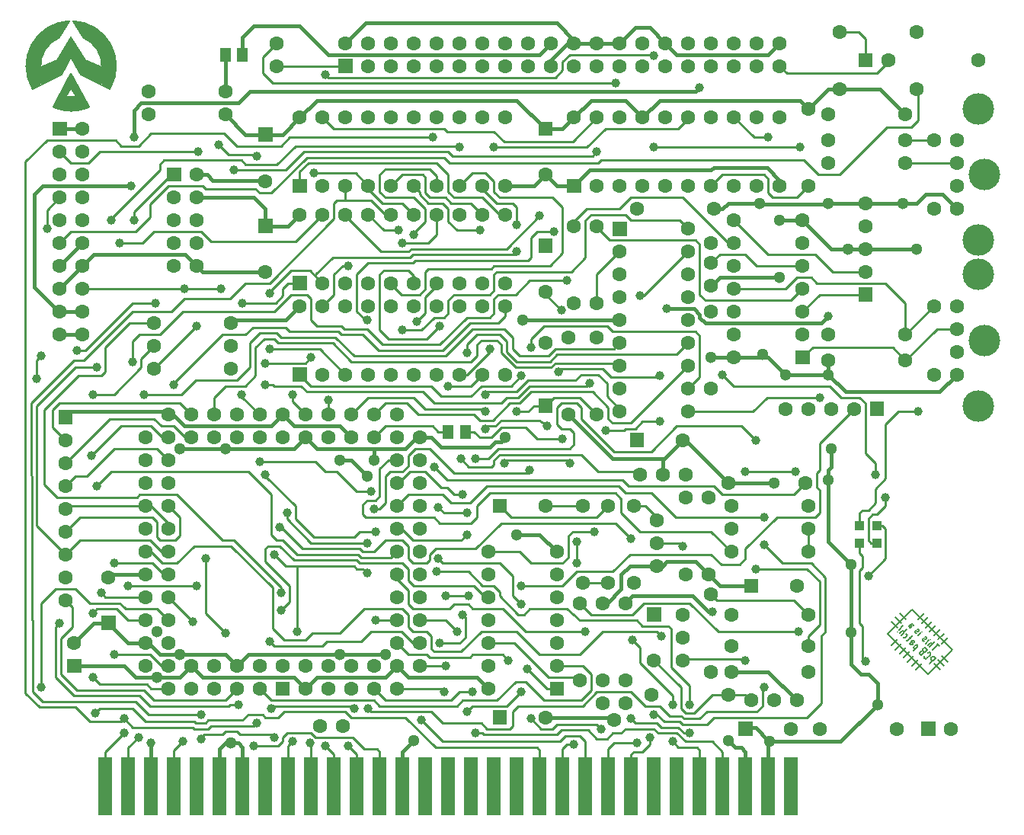
<source format=gbl>
%FSLAX34Y34*%
%MOMM*%
%LNSILK_TOP*%
G71*
G01*
%ADD10C, 1.60*%
%ADD11C, 1.30*%
%ADD12C, 1.00*%
%ADD13C, 0.40*%
%ADD14C, 0.25*%
%ADD15R, 1.50X6.50*%
%ADD16C, 3.50*%
%ADD17C, 0.20*%
%ADD18C, 0.16*%
%ADD19R, 1.00X1.10*%
%ADD20R, 1.30X1.50*%
%LPD*%
X82550Y838200D02*
G54D10*
D03*
X82550Y863600D02*
G54D10*
D03*
X57150Y838200D02*
G54D10*
D03*
X57150Y812800D02*
G54D10*
D03*
X82550Y812800D02*
G54D10*
D03*
X82550Y787400D02*
G54D10*
D03*
X57150Y787400D02*
G54D10*
D03*
X57150Y762000D02*
G54D10*
D03*
X82550Y762000D02*
G54D10*
D03*
X82550Y736600D02*
G54D10*
D03*
X57150Y736600D02*
G54D10*
D03*
X57150Y711200D02*
G54D10*
D03*
X82550Y711200D02*
G54D10*
D03*
X82550Y685800D02*
G54D10*
D03*
X57150Y685800D02*
G54D10*
D03*
X57150Y660400D02*
G54D10*
D03*
X82550Y660400D02*
G54D10*
D03*
X82550Y635000D02*
G54D10*
D03*
X57150Y635000D02*
G54D10*
D03*
X184150Y711200D02*
G54D10*
D03*
X209550Y711200D02*
G54D10*
D03*
X209550Y736600D02*
G54D10*
D03*
X184150Y736600D02*
G54D10*
D03*
X184150Y762000D02*
G54D10*
D03*
X209550Y762000D02*
G54D10*
D03*
X209550Y787400D02*
G54D10*
D03*
X184150Y787400D02*
G54D10*
D03*
X209550Y812800D02*
G54D10*
D03*
X298450Y933450D02*
G54D10*
D03*
X298450Y958850D02*
G54D10*
D03*
X374650Y958850D02*
G54D10*
D03*
X400050Y958850D02*
G54D10*
D03*
X400050Y933450D02*
G54D10*
D03*
X425450Y933450D02*
G54D10*
D03*
X425450Y958850D02*
G54D10*
D03*
X450850Y958850D02*
G54D10*
D03*
X450850Y933450D02*
G54D10*
D03*
X476250Y933450D02*
G54D10*
D03*
X476250Y958850D02*
G54D10*
D03*
X501650Y958850D02*
G54D10*
D03*
X501650Y933450D02*
G54D10*
D03*
X527050Y933450D02*
G54D10*
D03*
X527050Y958850D02*
G54D10*
D03*
X552450Y958850D02*
G54D10*
D03*
X552450Y933450D02*
G54D10*
D03*
X577850Y933450D02*
G54D10*
D03*
X577850Y958850D02*
G54D10*
D03*
X603250Y958850D02*
G54D10*
D03*
X603250Y933450D02*
G54D10*
D03*
X628650Y933450D02*
G54D10*
D03*
X628650Y958850D02*
G54D10*
D03*
X654050Y958850D02*
G54D10*
D03*
X654050Y933450D02*
G54D10*
D03*
X679450Y933450D02*
G54D10*
D03*
X679450Y958850D02*
G54D10*
D03*
X704850Y958850D02*
G54D10*
D03*
X704850Y933450D02*
G54D10*
D03*
X730250Y933450D02*
G54D10*
D03*
X730250Y958850D02*
G54D10*
D03*
X755650Y958850D02*
G54D10*
D03*
X755650Y933450D02*
G54D10*
D03*
X781050Y933450D02*
G54D10*
D03*
X781050Y958850D02*
G54D10*
D03*
X806450Y958850D02*
G54D10*
D03*
X806450Y933450D02*
G54D10*
D03*
X831850Y933450D02*
G54D10*
D03*
X831850Y958850D02*
G54D10*
D03*
X857250Y958850D02*
G54D10*
D03*
X857250Y933450D02*
G54D10*
D03*
X323850Y876300D02*
G54D10*
D03*
X349250Y876300D02*
G54D10*
D03*
X374650Y876300D02*
G54D10*
D03*
X400050Y876300D02*
G54D10*
D03*
X425450Y876300D02*
G54D10*
D03*
X450850Y876300D02*
G54D10*
D03*
X476250Y876300D02*
G54D10*
D03*
X501650Y876300D02*
G54D10*
D03*
X527050Y876300D02*
G54D10*
D03*
X552450Y876300D02*
G54D10*
D03*
X552450Y800100D02*
G54D10*
D03*
X527050Y800100D02*
G54D10*
D03*
X501650Y800100D02*
G54D10*
D03*
X476250Y800100D02*
G54D10*
D03*
X450850Y800100D02*
G54D10*
D03*
X425450Y800100D02*
G54D10*
D03*
X400050Y800100D02*
G54D10*
D03*
X374650Y800100D02*
G54D10*
D03*
X349250Y800100D02*
G54D10*
D03*
G36*
X176150Y820800D02*
X192150Y820800D01*
X192150Y804800D01*
X176150Y804800D01*
X176150Y820800D01*
G37*
G36*
X49150Y871600D02*
X65150Y871600D01*
X65150Y855600D01*
X49150Y855600D01*
X49150Y871600D01*
G37*
G36*
X315850Y808100D02*
X331850Y808100D01*
X331850Y792100D01*
X315850Y792100D01*
X315850Y808100D01*
G37*
G36*
X315850Y700150D02*
X331850Y700150D01*
X331850Y684150D01*
X315850Y684150D01*
X315850Y700150D01*
G37*
G36*
X366650Y941450D02*
X382650Y941450D01*
X382650Y925450D01*
X366650Y925450D01*
X366650Y941450D01*
G37*
G36*
X315850Y598550D02*
X331850Y598550D01*
X331850Y582550D01*
X315850Y582550D01*
X315850Y598550D01*
G37*
G36*
X296800Y249300D02*
X312800Y249300D01*
X312800Y233300D01*
X296800Y233300D01*
X296800Y249300D01*
G37*
G36*
X538100Y217550D02*
X554100Y217550D01*
X554100Y201550D01*
X538100Y201550D01*
X538100Y217550D01*
G37*
G36*
X811150Y204850D02*
X827150Y204850D01*
X827150Y188850D01*
X811150Y188850D01*
X811150Y204850D01*
G37*
G36*
X817500Y363600D02*
X833500Y363600D01*
X833500Y347600D01*
X817500Y347600D01*
X817500Y363600D01*
G37*
G36*
X709550Y331850D02*
X725550Y331850D01*
X725550Y315850D01*
X709550Y315850D01*
X709550Y331850D01*
G37*
G36*
X538100Y452500D02*
X554100Y452500D01*
X554100Y436500D01*
X538100Y436500D01*
X538100Y452500D01*
G37*
G36*
X620650Y808100D02*
X636650Y808100D01*
X636650Y792100D01*
X620650Y792100D01*
X620650Y808100D01*
G37*
G36*
X588900Y871600D02*
X604900Y871600D01*
X604900Y855600D01*
X588900Y855600D01*
X588900Y871600D01*
G37*
G36*
X874650Y617600D02*
X890650Y617600D01*
X890650Y601600D01*
X874650Y601600D01*
X874650Y617600D01*
G37*
G36*
X944500Y687450D02*
X960500Y687450D01*
X960500Y671450D01*
X944500Y671450D01*
X944500Y687450D01*
G37*
G36*
X957200Y560450D02*
X973200Y560450D01*
X973200Y544450D01*
X957200Y544450D01*
X957200Y560450D01*
G37*
G36*
X277750Y763650D02*
X293750Y763650D01*
X293750Y747650D01*
X277750Y747650D01*
X277750Y763650D01*
G37*
G36*
X277750Y865250D02*
X293750Y865250D01*
X293750Y849250D01*
X277750Y849250D01*
X277750Y865250D01*
G37*
G36*
X944500Y947800D02*
X960500Y947800D01*
X960500Y931800D01*
X944500Y931800D01*
X944500Y947800D01*
G37*
X323850Y768350D02*
G54D10*
D03*
X349250Y768350D02*
G54D10*
D03*
X374650Y768350D02*
G54D10*
D03*
X400050Y768350D02*
G54D10*
D03*
X425450Y768350D02*
G54D10*
D03*
X450850Y768350D02*
G54D10*
D03*
X476250Y768350D02*
G54D10*
D03*
X501650Y768350D02*
G54D10*
D03*
X527050Y768350D02*
G54D10*
D03*
X552450Y768350D02*
G54D10*
D03*
X552450Y692150D02*
G54D10*
D03*
X527050Y692150D02*
G54D10*
D03*
X501650Y692150D02*
G54D10*
D03*
X476250Y692150D02*
G54D10*
D03*
X450850Y692150D02*
G54D10*
D03*
X425450Y692150D02*
G54D10*
D03*
X400050Y692150D02*
G54D10*
D03*
X374650Y692150D02*
G54D10*
D03*
X349250Y692150D02*
G54D10*
D03*
X323850Y666750D02*
G54D10*
D03*
X349250Y666750D02*
G54D10*
D03*
X374650Y666750D02*
G54D10*
D03*
X400050Y666750D02*
G54D10*
D03*
X425450Y666750D02*
G54D10*
D03*
X450850Y666750D02*
G54D10*
D03*
X476250Y666750D02*
G54D10*
D03*
X501650Y666750D02*
G54D10*
D03*
X527050Y666750D02*
G54D10*
D03*
X552450Y666750D02*
G54D10*
D03*
X552450Y590550D02*
G54D10*
D03*
X527050Y590550D02*
G54D10*
D03*
X501650Y590550D02*
G54D10*
D03*
X476250Y590550D02*
G54D10*
D03*
X450850Y590550D02*
G54D10*
D03*
X425450Y590550D02*
G54D10*
D03*
X400050Y590550D02*
G54D10*
D03*
X374650Y590550D02*
G54D10*
D03*
X349250Y590550D02*
G54D10*
D03*
X654050Y800100D02*
G54D10*
D03*
X679450Y800100D02*
G54D10*
D03*
X704850Y800100D02*
G54D10*
D03*
X730250Y800100D02*
G54D10*
D03*
X755650Y800100D02*
G54D10*
D03*
X781050Y800100D02*
G54D10*
D03*
X806450Y800100D02*
G54D10*
D03*
X831850Y800100D02*
G54D10*
D03*
X857250Y800100D02*
G54D10*
D03*
X857250Y876300D02*
G54D10*
D03*
X831850Y876300D02*
G54D10*
D03*
X806450Y876300D02*
G54D10*
D03*
X781050Y876300D02*
G54D10*
D03*
X755650Y876300D02*
G54D10*
D03*
X730250Y876300D02*
G54D10*
D03*
X704850Y876300D02*
G54D10*
D03*
X679450Y876300D02*
G54D10*
D03*
X654050Y876300D02*
G54D10*
D03*
X628650Y876300D02*
G54D10*
D03*
X1028700Y850900D02*
G54D10*
D03*
X1054100Y850900D02*
G54D10*
D03*
X1054100Y825500D02*
G54D10*
D03*
X1054100Y800100D02*
G54D10*
D03*
X1054100Y774700D02*
G54D10*
D03*
X1028700Y774700D02*
G54D10*
D03*
X1028700Y590550D02*
G54D10*
D03*
X1054100Y590550D02*
G54D10*
D03*
X1054100Y615950D02*
G54D10*
D03*
X1054100Y641350D02*
G54D10*
D03*
X1054100Y666750D02*
G54D10*
D03*
X1028700Y666750D02*
G54D10*
D03*
X939800Y552450D02*
G54D10*
D03*
X914400Y552450D02*
G54D10*
D03*
X889000Y552450D02*
G54D10*
D03*
X863600Y552450D02*
G54D10*
D03*
X952500Y704850D02*
G54D10*
D03*
X952500Y730250D02*
G54D10*
D03*
X952500Y755650D02*
G54D10*
D03*
X952500Y781050D02*
G54D10*
D03*
X882650Y635000D02*
G54D10*
D03*
X882650Y660400D02*
G54D10*
D03*
X882650Y685800D02*
G54D10*
D03*
X882650Y711200D02*
G54D10*
D03*
X882650Y736600D02*
G54D10*
D03*
X882650Y762000D02*
G54D10*
D03*
X806450Y609600D02*
G54D10*
D03*
X806450Y635000D02*
G54D10*
D03*
X806450Y660400D02*
G54D10*
D03*
X806450Y685800D02*
G54D10*
D03*
X806450Y711200D02*
G54D10*
D03*
X806450Y736600D02*
G54D10*
D03*
X806450Y762000D02*
G54D10*
D03*
X241300Y879475D02*
G54D10*
D03*
X241300Y904875D02*
G54D10*
D03*
X155575Y904875D02*
G54D10*
D03*
X155575Y879475D02*
G54D10*
D03*
X247650Y647700D02*
G54D10*
D03*
X247650Y622300D02*
G54D10*
D03*
X247650Y596900D02*
G54D10*
D03*
X161925Y596900D02*
G54D10*
D03*
X161925Y622300D02*
G54D10*
D03*
X161925Y647700D02*
G54D10*
D03*
X285750Y704850D02*
G54D10*
D03*
X285750Y804862D02*
G54D10*
D03*
X152400Y317500D02*
G54D10*
D03*
X177800Y317500D02*
G54D10*
D03*
X165100Y304800D02*
G54D11*
D03*
X177800Y292100D02*
G54D10*
D03*
X152400Y292100D02*
G54D10*
D03*
X152400Y266700D02*
G54D10*
D03*
X177800Y266700D02*
G54D10*
D03*
X190500Y279400D02*
G54D11*
D03*
X203200Y266700D02*
G54D10*
D03*
X203200Y241300D02*
G54D10*
D03*
X177800Y241300D02*
G54D10*
D03*
X165100Y254000D02*
G54D11*
D03*
X228600Y241300D02*
G54D10*
D03*
X228600Y266700D02*
G54D10*
D03*
X254000Y241300D02*
G54D10*
D03*
X254000Y266700D02*
G54D10*
D03*
X279400Y266700D02*
G54D10*
D03*
X279400Y241300D02*
G54D10*
D03*
X304800Y266700D02*
G54D10*
D03*
X330200Y266700D02*
G54D10*
D03*
X330200Y241300D02*
G54D10*
D03*
X355600Y241300D02*
G54D10*
D03*
X355600Y266700D02*
G54D10*
D03*
X368300Y279400D02*
G54D11*
D03*
X381000Y266700D02*
G54D10*
D03*
X381000Y241300D02*
G54D10*
D03*
X406400Y241300D02*
G54D10*
D03*
X406400Y266700D02*
G54D10*
D03*
X431800Y266700D02*
G54D10*
D03*
X431800Y241300D02*
G54D10*
D03*
X457200Y266700D02*
G54D10*
D03*
X457200Y292100D02*
G54D10*
D03*
X431800Y292100D02*
G54D10*
D03*
X419100Y279400D02*
G54D11*
D03*
X457200Y317500D02*
G54D10*
D03*
X431800Y317500D02*
G54D10*
D03*
X431800Y342900D02*
G54D10*
D03*
X457200Y342900D02*
G54D10*
D03*
X457200Y368300D02*
G54D10*
D03*
X431800Y368300D02*
G54D10*
D03*
X431800Y393700D02*
G54D10*
D03*
X457200Y393700D02*
G54D10*
D03*
X457200Y419100D02*
G54D10*
D03*
X431800Y419100D02*
G54D10*
D03*
X457200Y444500D02*
G54D10*
D03*
X431800Y444500D02*
G54D10*
D03*
X431800Y469900D02*
G54D10*
D03*
X457200Y469900D02*
G54D10*
D03*
X431800Y495300D02*
G54D10*
D03*
X406400Y495300D02*
G54D11*
D03*
X457200Y495300D02*
G54D10*
D03*
X457200Y520700D02*
G54D10*
D03*
X398462Y477838D02*
G54D11*
D03*
X431800Y520700D02*
G54D10*
D03*
X431800Y546100D02*
G54D10*
D03*
X406400Y546100D02*
G54D10*
D03*
X406400Y520700D02*
G54D10*
D03*
X381000Y520700D02*
G54D10*
D03*
X381000Y546100D02*
G54D10*
D03*
X355600Y546100D02*
G54D10*
D03*
X355600Y520700D02*
G54D10*
D03*
X330200Y520700D02*
G54D10*
D03*
X330200Y546100D02*
G54D10*
D03*
X304800Y546100D02*
G54D10*
D03*
X304800Y520700D02*
G54D10*
D03*
X596900Y209550D02*
G54D10*
D03*
X533400Y241300D02*
G54D10*
D03*
X533400Y266700D02*
G54D10*
D03*
X533400Y292100D02*
G54D10*
D03*
X533400Y317500D02*
G54D10*
D03*
X533400Y342900D02*
G54D10*
D03*
X533400Y368300D02*
G54D10*
D03*
X533400Y393700D02*
G54D10*
D03*
X609600Y393700D02*
G54D10*
D03*
X609600Y368300D02*
G54D10*
D03*
X609600Y342900D02*
G54D10*
D03*
X609600Y317500D02*
G54D10*
D03*
X609600Y292100D02*
G54D10*
D03*
X609600Y266700D02*
G54D10*
D03*
G36*
X601600Y249300D02*
X617600Y249300D01*
X617600Y233300D01*
X601600Y233300D01*
X601600Y249300D01*
G37*
X177800Y342900D02*
G54D10*
D03*
X152400Y342900D02*
G54D10*
D03*
X152400Y368300D02*
G54D10*
D03*
X177800Y368300D02*
G54D10*
D03*
X177800Y393700D02*
G54D10*
D03*
X152400Y393700D02*
G54D10*
D03*
X152400Y419100D02*
G54D10*
D03*
X177800Y419100D02*
G54D10*
D03*
X177800Y444500D02*
G54D10*
D03*
X152400Y444500D02*
G54D10*
D03*
X152400Y469900D02*
G54D10*
D03*
X177800Y469900D02*
G54D10*
D03*
X177800Y495300D02*
G54D10*
D03*
X190500Y508000D02*
G54D11*
D03*
X203200Y520700D02*
G54D10*
D03*
X228600Y520700D02*
G54D10*
D03*
X254000Y520700D02*
G54D10*
D03*
X241300Y508000D02*
G54D11*
D03*
X279400Y520700D02*
G54D10*
D03*
X177800Y520700D02*
G54D10*
D03*
X152400Y520700D02*
G54D10*
D03*
X152400Y495300D02*
G54D10*
D03*
X177800Y546100D02*
G54D10*
D03*
X203200Y546100D02*
G54D10*
D03*
X228600Y546100D02*
G54D10*
D03*
X254000Y546100D02*
G54D10*
D03*
X279400Y546100D02*
G54D10*
D03*
X654050Y546100D02*
G54D10*
D03*
X622300Y546100D02*
G54D10*
D03*
X654050Y631825D02*
G54D10*
D03*
X622300Y631825D02*
G54D10*
D03*
X596900Y625475D02*
G54D10*
D03*
G36*
X588900Y563625D02*
X604900Y563625D01*
X604900Y547625D01*
X588900Y547625D01*
X588900Y563625D01*
G37*
X596900Y812800D02*
G54D10*
D03*
X876300Y355600D02*
G54D10*
D03*
X1047750Y196850D02*
G54D10*
D03*
G36*
X1014350Y204850D02*
X1030350Y204850D01*
X1030350Y188850D01*
X1014350Y188850D01*
X1014350Y204850D01*
G37*
X901700Y196850D02*
G54D10*
D03*
X850900Y228600D02*
G54D10*
D03*
X825500Y228600D02*
G54D10*
D03*
X876300Y228600D02*
G54D10*
D03*
X889000Y260350D02*
G54D10*
D03*
X889000Y323850D02*
G54D10*
D03*
X889000Y288925D02*
G54D10*
D03*
X803275Y288925D02*
G54D10*
D03*
X803275Y260350D02*
G54D10*
D03*
X803275Y323850D02*
G54D10*
D03*
X781050Y260350D02*
G54D10*
D03*
X781050Y346075D02*
G54D10*
D03*
X749300Y273050D02*
G54D10*
D03*
X749300Y298450D02*
G54D10*
D03*
X749300Y323850D02*
G54D10*
D03*
X717550Y273050D02*
G54D10*
D03*
X673100Y206375D02*
G54D10*
D03*
X685800Y225425D02*
G54D10*
D03*
X660400Y225425D02*
G54D10*
D03*
X685800Y250825D02*
G54D10*
D03*
X660400Y250825D02*
G54D10*
D03*
X635000Y250825D02*
G54D10*
D03*
X685800Y336550D02*
G54D10*
D03*
X660400Y336550D02*
G54D10*
D03*
X635000Y336550D02*
G54D10*
D03*
X638175Y358775D02*
G54D10*
D03*
X666750Y358775D02*
G54D10*
D03*
X695325Y358775D02*
G54D10*
D03*
X777875Y368300D02*
G54D10*
D03*
X752475Y368300D02*
G54D10*
D03*
X803275Y393700D02*
G54D10*
D03*
X889000Y393700D02*
G54D10*
D03*
X889000Y419100D02*
G54D10*
D03*
X803275Y419100D02*
G54D10*
D03*
X803275Y444500D02*
G54D10*
D03*
X889000Y444500D02*
G54D10*
D03*
X885825Y469900D02*
G54D10*
D03*
X800100Y469900D02*
G54D10*
D03*
X777875Y454025D02*
G54D10*
D03*
X752475Y454025D02*
G54D10*
D03*
X752475Y479425D02*
G54D10*
D03*
X727075Y479425D02*
G54D10*
D03*
X701675Y479425D02*
G54D10*
D03*
X695325Y444500D02*
G54D10*
D03*
X666750Y444500D02*
G54D10*
D03*
X638175Y444500D02*
G54D10*
D03*
X720725Y428625D02*
G54D10*
D03*
X720725Y403225D02*
G54D10*
D03*
X720725Y377825D02*
G54D10*
D03*
X596900Y444500D02*
G54D10*
D03*
X987425Y196850D02*
G54D10*
D03*
X869950Y196850D02*
G54D10*
D03*
X800100Y234950D02*
G54D10*
D03*
X714375Y234950D02*
G54D10*
D03*
X996950Y606425D02*
G54D10*
D03*
X996950Y635000D02*
G54D10*
D03*
X911225Y635000D02*
G54D10*
D03*
X911225Y606425D02*
G54D10*
D03*
X911220Y590550D02*
G54D11*
D03*
X863600Y590550D02*
G54D11*
D03*
X781050Y574675D02*
G54D10*
D03*
X781050Y660400D02*
G54D10*
D03*
X749300Y517525D02*
G54D10*
D03*
G36*
X690500Y525525D02*
X706500Y525525D01*
X706500Y509525D01*
X690500Y509525D01*
X690500Y525525D01*
G37*
G36*
X671450Y760475D02*
X687450Y760475D01*
X687450Y744475D01*
X671450Y744475D01*
X671450Y760475D01*
G37*
X679450Y727075D02*
G54D10*
D03*
X679450Y701675D02*
G54D10*
D03*
X679450Y676275D02*
G54D10*
D03*
X679450Y650875D02*
G54D10*
D03*
X679450Y625475D02*
G54D10*
D03*
X679450Y600075D02*
G54D10*
D03*
X679450Y574675D02*
G54D10*
D03*
X679450Y549275D02*
G54D10*
D03*
X755650Y549275D02*
G54D10*
D03*
X755650Y574675D02*
G54D10*
D03*
X755650Y600075D02*
G54D10*
D03*
X755650Y625475D02*
G54D10*
D03*
X755650Y650875D02*
G54D10*
D03*
X755650Y676275D02*
G54D10*
D03*
X755650Y701675D02*
G54D10*
D03*
X755650Y727075D02*
G54D10*
D03*
X755650Y752475D02*
G54D10*
D03*
X781050Y736600D02*
G54D10*
D03*
X781050Y714375D02*
G54D10*
D03*
X781050Y688975D02*
G54D10*
D03*
X654050Y669925D02*
G54D10*
D03*
X628650Y669925D02*
G54D10*
D03*
X628650Y755650D02*
G54D10*
D03*
X654050Y755650D02*
G54D10*
D03*
X698500Y774700D02*
G54D10*
D03*
X784225Y774700D02*
G54D10*
D03*
X838200Y612780D02*
G54D11*
D03*
X781050Y609600D02*
G54D11*
D03*
X857250Y698500D02*
G54D11*
D03*
X857250Y762000D02*
G54D11*
D03*
X835030Y781050D02*
G54D11*
D03*
X1009650Y730250D02*
G54D11*
D03*
X933450Y730250D02*
G54D11*
D03*
X993780Y781050D02*
G54D11*
D03*
X911220Y781050D02*
G54D11*
D03*
X911225Y825500D02*
G54D10*
D03*
X911225Y850900D02*
G54D10*
D03*
X889000Y885825D02*
G54D10*
D03*
X889000Y800100D02*
G54D10*
D03*
X996950Y825500D02*
G54D10*
D03*
X996950Y850900D02*
G54D10*
D03*
X996950Y879475D02*
G54D10*
D03*
X911225Y879475D02*
G54D10*
D03*
X923925Y908050D02*
G54D10*
D03*
X1009650Y908050D02*
G54D10*
D03*
X977900Y939800D02*
G54D10*
D03*
X923925Y971550D02*
G54D10*
D03*
X1009650Y971550D02*
G54D10*
D03*
X596900Y682625D02*
G54D10*
D03*
G36*
X588900Y741425D02*
X604900Y741425D01*
X604900Y725425D01*
X588900Y725425D01*
X588900Y741425D01*
G37*
G36*
X65025Y274700D02*
X81025Y274700D01*
X81025Y258700D01*
X65025Y258700D01*
X65025Y274700D01*
G37*
G36*
X103125Y322325D02*
X119125Y322325D01*
X119125Y306325D01*
X103125Y306325D01*
X103125Y322325D01*
G37*
X111125Y365125D02*
G54D10*
D03*
X73025Y292100D02*
G54D10*
D03*
X63500Y339725D02*
G54D10*
D03*
X63500Y365125D02*
G54D10*
D03*
X63500Y390525D02*
G54D10*
D03*
X63500Y415925D02*
G54D10*
D03*
X63500Y441325D02*
G54D10*
D03*
X63500Y466725D02*
G54D10*
D03*
X63500Y492125D02*
G54D10*
D03*
X63500Y517525D02*
G54D10*
D03*
G36*
X55500Y550925D02*
X71500Y550925D01*
X71500Y534925D01*
X55500Y534925D01*
X55500Y550925D01*
G37*
X565150Y412750D02*
G54D11*
D03*
X552450Y520700D02*
G54D11*
D03*
X571500Y650880D02*
G54D11*
D03*
X914400Y508000D02*
G54D11*
D03*
X936622Y304011D02*
G54D11*
D03*
X936622Y379412D02*
G54D11*
D03*
X123825Y736600D02*
G54D12*
D03*
X114300Y762000D02*
G54D12*
D03*
X139700Y762000D02*
G54D12*
D03*
X136525Y800100D02*
G54D12*
D03*
X42862Y752475D02*
G54D12*
D03*
X139700Y854075D02*
G54D12*
D03*
X211138Y838200D02*
G54D12*
D03*
X233362Y846138D02*
G54D12*
D03*
X195262Y685800D02*
G54D12*
D03*
X163512Y669925D02*
G54D12*
D03*
X138112Y604838D02*
G54D12*
D03*
X98425Y598488D02*
G54D12*
D03*
X76200Y617538D02*
G54D12*
D03*
X36512Y611188D02*
G54D12*
D03*
X31750Y585788D02*
G54D12*
D03*
X93662Y568325D02*
G54D12*
D03*
X92075Y500062D02*
G54D12*
D03*
X98425Y466725D02*
G54D12*
D03*
X103188Y347662D02*
G54D12*
D03*
X117475Y381000D02*
G54D12*
D03*
X133350Y355600D02*
G54D12*
D03*
X209550Y355600D02*
G54D12*
D03*
X219075Y385762D02*
G54D12*
D03*
X320675Y304800D02*
G54D12*
D03*
X303212Y328612D02*
G54D12*
D03*
X303212Y347662D02*
G54D12*
D03*
X295275Y390525D02*
G54D12*
D03*
X301625Y420688D02*
G54D12*
D03*
X309562Y436562D02*
G54D12*
D03*
X57150Y314325D02*
G54D12*
D03*
X36512Y242888D02*
G54D12*
D03*
X93662Y254000D02*
G54D12*
D03*
X117475Y279400D02*
G54D12*
D03*
X93662Y325438D02*
G54D12*
D03*
X96838Y214312D02*
G54D12*
D03*
X128588Y207962D02*
G54D12*
D03*
X128588Y192088D02*
G54D12*
D03*
X144462Y187325D02*
G54D12*
D03*
X158750Y180975D02*
G54D12*
D03*
X214312Y185738D02*
G54D12*
D03*
X214312Y212725D02*
G54D12*
D03*
X193675Y182562D02*
G54D12*
D03*
X247650Y180970D02*
G54D11*
D03*
X255588Y223838D02*
G54D12*
D03*
X273050Y177800D02*
G54D12*
D03*
X276225Y203200D02*
G54D12*
D03*
X295275Y187325D02*
G54D12*
D03*
X315912Y182562D02*
G54D12*
D03*
X334962Y180975D02*
G54D12*
D03*
X352425Y177800D02*
G54D12*
D03*
X377825Y177800D02*
G54D12*
D03*
X450850Y184145D02*
G54D11*
D03*
X458788Y206375D02*
G54D12*
D03*
X400050Y219075D02*
G54D12*
D03*
X484188Y238125D02*
G54D12*
D03*
X485775Y266700D02*
G54D12*
D03*
X479425Y292100D02*
G54D12*
D03*
X509588Y215900D02*
G54D12*
D03*
X519112Y192088D02*
G54D12*
D03*
X515938Y238125D02*
G54D12*
D03*
X498475Y304800D02*
G54D12*
D03*
X581025Y207962D02*
G54D12*
D03*
X569912Y238125D02*
G54D12*
D03*
X576262Y263525D02*
G54D12*
D03*
X555625Y273050D02*
G54D12*
D03*
X628650Y179388D02*
G54D12*
D03*
X658812Y196850D02*
G54D12*
D03*
X698500Y180975D02*
G54D12*
D03*
X712788Y187325D02*
G54D12*
D03*
X693738Y295275D02*
G54D12*
D03*
X641350Y304800D02*
G54D12*
D03*
X725488Y300038D02*
G54D12*
D03*
X692150Y207962D02*
G54D12*
D03*
X738188Y182562D02*
G54D12*
D03*
X717550Y212725D02*
G54D12*
D03*
X738188Y223838D02*
G54D12*
D03*
X757238Y223838D02*
G54D12*
D03*
X757238Y192088D02*
G54D12*
D03*
X952500Y271462D02*
G54D12*
D03*
X839788Y242888D02*
G54D12*
D03*
X877888Y304800D02*
G54D12*
D03*
X819150Y273050D02*
G54D12*
D03*
X782638Y327025D02*
G54D12*
D03*
X631825Y381000D02*
G54D12*
D03*
X569912Y355600D02*
G54D12*
D03*
X477838Y385762D02*
G54D12*
D03*
X476250Y371475D02*
G54D12*
D03*
X485775Y344488D02*
G54D12*
D03*
X504825Y323850D02*
G54D12*
D03*
X511175Y344488D02*
G54D12*
D03*
X407988Y317500D02*
G54D12*
D03*
X398462Y369888D02*
G54D12*
D03*
X290512Y293688D02*
G54D12*
D03*
X241300Y303212D02*
G54D12*
D03*
X204788Y315912D02*
G54D12*
D03*
X569912Y334962D02*
G54D12*
D03*
X963612Y479425D02*
G54D12*
D03*
X830262Y374650D02*
G54D12*
D03*
X839788Y401638D02*
G54D12*
D03*
X839788Y431800D02*
G54D12*
D03*
X819150Y482600D02*
G54D12*
D03*
X874712Y482600D02*
G54D12*
D03*
X830262Y517525D02*
G54D12*
D03*
X650875Y415925D02*
G54D12*
D03*
X749300Y400050D02*
G54D12*
D03*
X692150Y407988D02*
G54D12*
D03*
X631825Y404812D02*
G54D12*
D03*
X509588Y412750D02*
G54D12*
D03*
X509588Y436562D02*
G54D12*
D03*
X504825Y457200D02*
G54D12*
D03*
X477838Y442912D02*
G54D12*
D03*
X473075Y487362D02*
G54D12*
D03*
X406400Y441325D02*
G54D12*
D03*
X403225Y460375D02*
G54D12*
D03*
X407988Y415925D02*
G54D12*
D03*
X398462Y403225D02*
G54D12*
D03*
X285750Y479425D02*
G54D12*
D03*
X279400Y493712D02*
G54D12*
D03*
X150812Y568325D02*
G54D12*
D03*
X184150Y579438D02*
G54D12*
D03*
X258762Y568325D02*
G54D12*
D03*
X285750Y579438D02*
G54D12*
D03*
X285750Y603250D02*
G54D12*
D03*
X290512Y619125D02*
G54D12*
D03*
X315912Y568325D02*
G54D12*
D03*
X355600Y561975D02*
G54D12*
D03*
X336550Y609600D02*
G54D12*
D03*
X398462Y650875D02*
G54D12*
D03*
X438150Y639762D02*
G54D12*
D03*
X488950Y577850D02*
G54D12*
D03*
X479425Y644525D02*
G54D12*
D03*
X454025Y649288D02*
G54D12*
D03*
X509588Y614362D02*
G54D12*
D03*
X534988Y619125D02*
G54D12*
D03*
X530225Y568325D02*
G54D12*
D03*
X530225Y530225D02*
G54D12*
D03*
X519112Y496888D02*
G54D12*
D03*
X503238Y496888D02*
G54D12*
D03*
X530225Y549275D02*
G54D12*
D03*
X209550Y644525D02*
G54D12*
D03*
X236538Y685800D02*
G54D12*
D03*
X260350Y669925D02*
G54D12*
D03*
X290512Y681038D02*
G54D12*
D03*
X377830Y711200D02*
G54D12*
D03*
X438150Y736600D02*
G54D12*
D03*
X450850Y746125D02*
G54D12*
D03*
X433388Y750888D02*
G54D12*
D03*
X523875Y750888D02*
G54D12*
D03*
X550862Y492125D02*
G54D12*
D03*
X579438Y484188D02*
G54D12*
D03*
X623888Y492125D02*
G54D12*
D03*
X598488Y533400D02*
G54D12*
D03*
X565150Y549275D02*
G54D12*
D03*
X569912Y588962D02*
G54D12*
D03*
X581025Y620712D02*
G54D12*
D03*
X646112Y581025D02*
G54D12*
D03*
X723900Y588962D02*
G54D12*
D03*
X793750Y590550D02*
G54D12*
D03*
X731838Y663575D02*
G54D12*
D03*
X701675Y677862D02*
G54D12*
D03*
X614362Y661988D02*
G54D12*
D03*
X620712Y695325D02*
G54D12*
D03*
X565150Y727075D02*
G54D12*
D03*
X565150Y757238D02*
G54D12*
D03*
X590550Y766762D02*
G54D12*
D03*
X606425Y749300D02*
G54D12*
D03*
X611188Y593725D02*
G54D12*
D03*
X1011238Y549275D02*
G54D12*
D03*
X901700Y565150D02*
G54D12*
D03*
X911225Y655638D02*
G54D12*
D03*
X250825Y817562D02*
G54D12*
D03*
X276225Y833438D02*
G54D12*
D03*
X339725Y814388D02*
G54D12*
D03*
X471488Y854075D02*
G54D12*
D03*
X501650Y842962D02*
G54D12*
D03*
X539750Y842962D02*
G54D12*
D03*
X654050Y838200D02*
G54D12*
D03*
X717550Y842962D02*
G54D12*
D03*
X844550Y854075D02*
G54D12*
D03*
X768350Y909638D02*
G54D12*
D03*
X674688Y914400D02*
G54D12*
D03*
X717550Y944562D02*
G54D12*
D03*
X352425Y923925D02*
G54D12*
D03*
X879475Y842962D02*
G54D12*
D03*
X850900Y469900D02*
G54D11*
D03*
X846138Y182560D02*
G54D11*
D03*
X800100Y184150D02*
G54D11*
D03*
G54D13*
X57150Y635000D02*
X82550Y635000D01*
G54D13*
X57150Y660400D02*
X82550Y660400D01*
G54D14*
X31750Y585788D02*
X31750Y606425D01*
X36512Y611188D01*
G54D14*
X285750Y603250D02*
X330200Y603250D01*
X336550Y609600D01*
G54D14*
X290512Y619125D02*
X346075Y619125D01*
X374650Y590550D01*
G54D14*
X228600Y546100D02*
X228600Y565150D01*
X241300Y577850D01*
X263525Y577850D01*
X274638Y588962D01*
X274638Y620712D01*
X284162Y630238D01*
X295275Y630238D01*
X300038Y625475D01*
X360362Y625475D01*
X381000Y604838D01*
X514350Y604838D01*
X520700Y611188D01*
X520700Y623888D01*
X525462Y628650D01*
X542925Y628650D01*
X547688Y623888D01*
X547688Y614362D01*
X563562Y598488D01*
G54D14*
X150812Y568325D02*
X192088Y568325D01*
X207962Y584200D01*
X254000Y584200D01*
X268288Y598488D01*
X268288Y625475D01*
X279400Y636588D01*
X298450Y636588D01*
X303212Y631825D01*
X363538Y631825D01*
X384175Y611188D01*
X485775Y611188D01*
X515938Y641350D01*
X550862Y641350D01*
X560388Y631825D01*
X560388Y619125D01*
X568325Y611188D01*
G54D14*
X184150Y579438D02*
X184150Y581025D01*
X238125Y635000D01*
X263525Y635000D01*
X271462Y642938D01*
X307975Y642938D01*
X312738Y638175D01*
X366712Y638175D01*
X369888Y635000D01*
X393700Y635000D01*
X411162Y617538D01*
X482600Y617538D01*
X512762Y647700D01*
X544512Y647700D01*
X552450Y655638D01*
X552450Y666750D01*
G54D14*
X161925Y596900D02*
X209550Y644525D01*
G54D14*
X488950Y577850D02*
X514350Y577850D01*
X527050Y590550D01*
G54D14*
X534988Y620712D02*
X534988Y615950D01*
X511175Y592138D01*
G54D14*
X501650Y590550D02*
X509588Y590550D01*
X511175Y592138D01*
G54D14*
X138112Y604838D02*
X138112Y627062D01*
X146050Y635000D01*
X168275Y635000D01*
X193675Y660400D01*
X295275Y660400D01*
X314325Y679450D01*
X331788Y679450D01*
X336550Y674688D01*
X336550Y650875D01*
X342900Y644525D01*
X369888Y644525D01*
X373062Y641350D01*
X398462Y641350D01*
X415925Y623888D01*
X479425Y623888D01*
X509588Y654050D01*
X534988Y654050D01*
X539750Y658812D01*
X539750Y674688D01*
X544512Y679450D01*
X563562Y679450D01*
X579438Y695325D01*
X620712Y695325D01*
G54D14*
X509588Y614362D02*
X509588Y623888D01*
X520700Y635000D01*
X546100Y635000D01*
X554038Y627062D01*
X554038Y615950D01*
X565150Y604838D01*
G54D14*
X454025Y649288D02*
X463550Y658812D01*
X463550Y671512D01*
G54D14*
X476250Y692150D02*
X476250Y688975D01*
X463550Y676275D01*
X463550Y671512D01*
G54D14*
X425450Y692150D02*
X425450Y690562D01*
X436562Y679450D01*
X457200Y679450D01*
X463550Y685800D01*
X463550Y704850D01*
X466725Y708025D01*
X536575Y708025D01*
X539750Y711200D01*
X601662Y711200D01*
X615950Y725488D01*
X615950Y776288D01*
X604838Y787400D01*
X546100Y787400D01*
X539750Y793750D01*
X539750Y804862D01*
X530225Y814388D01*
X515938Y814388D01*
X501650Y800100D01*
G54D14*
X565150Y757238D02*
X565150Y776288D01*
X560388Y781050D01*
X546100Y781050D01*
G54D14*
X438150Y736600D02*
X466725Y736600D01*
X476250Y746125D01*
X476250Y768350D01*
G54D14*
X552450Y768350D02*
X546100Y768350D01*
X527050Y787400D01*
X495300Y787400D01*
X488950Y793750D01*
X488950Y812800D01*
X476250Y825500D01*
X333375Y825500D01*
X323850Y815975D01*
X323850Y800100D01*
G54D14*
X339725Y814388D02*
X385762Y814388D01*
X400050Y800100D01*
G54D14*
X374650Y800100D02*
X374650Y784225D01*
X396875Y784225D01*
G54D14*
X425450Y768350D02*
X419100Y768350D01*
X403225Y784225D01*
X396875Y784225D01*
G54D14*
X433388Y750888D02*
X417512Y750888D01*
X400050Y768350D01*
G54D14*
X263525Y692150D02*
X290512Y692150D01*
X361950Y763588D01*
X361950Y781050D01*
X365125Y784225D01*
X374650Y784225D01*
G54D14*
X450850Y746125D02*
X450850Y747712D01*
X463550Y760412D01*
X463550Y774700D01*
X450850Y787400D01*
X419100Y787400D01*
X412750Y793750D01*
X412750Y812800D01*
X419100Y819150D01*
X468312Y819150D01*
X476250Y811212D01*
X476250Y800100D01*
G54D14*
X400050Y800100D02*
X400050Y796925D01*
X415925Y781050D01*
X438150Y781050D01*
X450850Y768350D01*
G54D14*
X425450Y800100D02*
X438150Y812800D01*
X460375Y812800D01*
X463550Y809625D01*
X463550Y792162D01*
X468312Y787400D01*
X485775Y787400D01*
X492125Y781050D01*
X514350Y781050D01*
X527050Y768350D01*
G54D14*
X523875Y750888D02*
X498475Y750888D01*
X488950Y760412D01*
X488950Y774700D01*
X482600Y781050D01*
X466725Y781050D01*
X457200Y790575D01*
X457200Y793750D01*
X450850Y800100D01*
G54D14*
X546100Y781050D02*
X542925Y781050D01*
X527050Y796925D01*
X527050Y800100D01*
G54D14*
X398462Y650875D02*
X396875Y650875D01*
X387350Y660400D01*
X387350Y701675D01*
X400050Y714375D01*
X449262Y714375D01*
X452438Y717550D01*
X577850Y717550D01*
X581025Y720725D01*
X581025Y742950D01*
X587375Y749300D01*
X606425Y749300D01*
G54D14*
X349250Y666750D02*
X361950Y679450D01*
X361950Y701675D01*
X371475Y711200D01*
X377825Y711200D01*
G54D14*
X260350Y669925D02*
X296862Y669925D01*
X304800Y677862D01*
X304800Y685800D01*
X311150Y692150D01*
X323850Y692150D01*
G54D14*
X290512Y681038D02*
X290512Y682625D01*
X314325Y706438D01*
X334962Y706438D01*
X349250Y692150D01*
G54D14*
X341312Y701675D02*
X360362Y720725D01*
X446088Y720725D01*
X449262Y723900D01*
X561975Y723900D01*
X565150Y727075D01*
G54D14*
X374650Y768350D02*
X374650Y766762D01*
X414338Y727075D01*
X444500Y727075D01*
X447675Y730250D01*
X554038Y730250D01*
X590550Y766762D01*
G54D14*
X123825Y736600D02*
X149225Y736600D01*
X161925Y749300D01*
X214312Y749300D01*
X225425Y738188D01*
X319088Y738188D01*
X349250Y768350D01*
G54D14*
X139700Y762000D02*
X139700Y771525D01*
X180975Y812800D01*
X184150Y812800D01*
G54D14*
X57150Y736600D02*
X69850Y749300D01*
X141288Y749300D01*
X157162Y765175D01*
X157162Y779462D01*
X177800Y800100D01*
X215900Y800100D01*
X219075Y796925D01*
X274638Y796925D01*
X279400Y792162D01*
X292100Y792162D01*
X331788Y831850D01*
X484188Y831850D01*
X490538Y825500D01*
X655638Y825500D01*
X658812Y828675D01*
X884238Y828675D01*
X900112Y812800D01*
X923925Y812800D01*
X976312Y865188D01*
X1003300Y865188D01*
X1011238Y873125D01*
X1011238Y906462D01*
X1009650Y908050D01*
G54D14*
X923925Y971550D02*
X944562Y971550D01*
X952500Y963612D01*
X952500Y939800D01*
G54D14*
X977900Y939800D02*
X977900Y938212D01*
X965200Y925512D01*
X865188Y925512D01*
X857250Y933450D01*
G54D14*
X250825Y817562D02*
X307975Y817562D01*
X328612Y838200D01*
X488950Y838200D01*
X493712Y833438D01*
X649288Y833438D01*
X654050Y838200D01*
G54D14*
X42862Y752475D02*
X42862Y773112D01*
X57150Y787400D01*
G54D14*
X114300Y762000D02*
X114300Y763588D01*
X168275Y817562D01*
X168275Y823912D01*
X173038Y828675D01*
X258762Y828675D01*
X263525Y823912D01*
X298450Y823912D01*
X319088Y844550D01*
X500062Y844550D01*
X501650Y842962D01*
G54D14*
X276225Y833438D02*
X274638Y835025D01*
X244475Y835025D01*
X233362Y846138D01*
G54D14*
X57150Y838200D02*
X69850Y825500D01*
X88900Y825500D01*
X101600Y838200D01*
X211138Y838200D01*
G54D14*
X195262Y685800D02*
X236538Y685800D01*
G54D14*
X82550Y685800D02*
X195262Y685800D01*
G54D14*
X76200Y617538D02*
X85725Y617538D01*
X138112Y669925D01*
X163512Y669925D01*
G54D14*
X73025Y606425D02*
X84138Y606425D01*
X138112Y660400D01*
X180975Y660400D01*
X195262Y674688D01*
X246062Y674688D01*
X263525Y692150D01*
G54D13*
X57150Y660400D02*
X55562Y660400D01*
X28575Y687388D01*
X28575Y790575D01*
X38100Y800100D01*
X136525Y800100D01*
G54D14*
X450850Y692150D02*
X450850Y700088D01*
X444500Y706438D01*
X417512Y706438D01*
X412750Y701675D01*
X412750Y639762D01*
X422275Y630238D01*
X465138Y630238D01*
X479425Y644525D01*
G54D13*
X247650Y647700D02*
X250825Y650875D01*
X307975Y650875D01*
X323850Y666750D01*
G54D13*
X57150Y711200D02*
X82550Y736600D01*
G54D13*
X57150Y685800D02*
X82550Y711200D01*
G54D13*
X82550Y711200D02*
X95250Y723900D01*
X196850Y723900D01*
X209550Y711200D01*
G54D13*
X285750Y704850D02*
X215900Y704850D01*
X209550Y711200D01*
G54D13*
X209550Y787400D02*
X273050Y787400D01*
X285750Y774700D01*
X285750Y755650D01*
X311150Y755650D01*
X323850Y768350D01*
G54D13*
X285750Y806450D02*
X227012Y806450D01*
X220662Y812800D01*
X209550Y812800D01*
G54D13*
X241300Y879475D02*
X263525Y857250D01*
X285750Y857250D01*
X304800Y857250D01*
X323850Y876300D01*
X342900Y895350D01*
X565150Y895350D01*
X596900Y863600D01*
X615950Y863600D01*
X628650Y876300D01*
X647700Y895350D01*
X685800Y895350D01*
X704850Y876300D01*
X723900Y895350D01*
X879475Y895350D01*
X889000Y885825D01*
G54D13*
X923925Y908050D02*
X911225Y908050D01*
X889000Y885825D01*
G54D13*
X923925Y908050D02*
X968375Y908050D01*
X996950Y879475D01*
G54D13*
X139700Y854075D02*
X139700Y884238D01*
X147638Y892175D01*
X255588Y892175D01*
X268288Y904875D01*
X763588Y904875D01*
X768350Y909638D01*
G54D13*
X57150Y863600D02*
X82550Y863600D01*
G54D13*
X552450Y800100D02*
X584200Y800100D01*
X596900Y812800D01*
G54D13*
X628650Y800100D02*
X609600Y800100D01*
X596900Y812800D01*
G54D13*
X628650Y800100D02*
X646112Y817562D01*
X781050Y817562D01*
X784225Y820738D01*
X842962Y820738D01*
X857250Y806450D01*
X857250Y800100D01*
G54D13*
X784225Y774700D02*
X793750Y774700D01*
X800100Y781050D01*
X835025Y781050D01*
X836612Y779462D01*
X909638Y779462D01*
X911225Y781050D01*
X952500Y781050D01*
X993775Y781050D01*
X1009650Y781050D01*
X1019175Y790575D01*
X1038225Y790575D01*
X1054100Y774700D01*
G54D13*
X857250Y762000D02*
X882650Y762000D01*
G54D13*
X1009650Y730250D02*
X952500Y730250D01*
X933450Y730250D01*
X914400Y730250D01*
X882650Y762000D01*
G54D13*
X781050Y609600D02*
X806450Y609600D01*
X835025Y609600D01*
X844550Y609600D01*
X863600Y590550D01*
X911225Y590550D01*
G54D13*
X1054100Y590550D02*
X1035050Y571500D01*
X930275Y571500D01*
X911225Y590550D01*
G54D13*
X731838Y663575D02*
X762000Y663575D01*
X768350Y657225D01*
X768350Y654050D01*
X774700Y647700D01*
X903288Y647700D01*
X911225Y655638D01*
G54D13*
X73025Y266700D02*
X128588Y266700D01*
X141288Y254000D01*
X165100Y254000D01*
G54D13*
X165100Y254000D02*
X190500Y254000D01*
X203200Y266700D01*
G54D13*
X330200Y241300D02*
X317500Y254000D01*
X215900Y254000D01*
X203200Y266700D01*
G54D13*
X330200Y241300D02*
X342900Y254000D01*
X419100Y254000D01*
X431800Y266700D01*
G54D13*
X431800Y266700D02*
X444500Y254000D01*
X520700Y254000D01*
X533400Y241300D01*
G54D13*
X190500Y508000D02*
X241300Y508000D01*
X317500Y508000D01*
X330200Y520700D01*
G54D13*
X419100Y508000D02*
X342900Y508000D01*
X330200Y520700D01*
G54D13*
X177800Y546100D02*
X174625Y549275D01*
X69850Y549275D01*
X63500Y542925D01*
G54D13*
X182562Y546100D02*
X195262Y533400D01*
X292100Y533400D01*
X304800Y546100D01*
G54D13*
X304800Y546100D02*
X317500Y533400D01*
X368300Y533400D01*
X381000Y520700D01*
G54D13*
X419100Y508000D02*
X441325Y508000D01*
X454025Y520700D01*
X469900Y520700D01*
X481012Y509588D01*
X534988Y509588D01*
X541338Y515938D01*
X547688Y515938D01*
X552450Y520700D01*
G54D13*
X565150Y412750D02*
X590550Y412750D01*
X609600Y393700D01*
G54D13*
X660400Y336550D02*
X665162Y336550D01*
X681038Y352425D01*
X681038Y368300D01*
X690562Y377825D01*
X723900Y377825D01*
X727075Y377825D01*
X731838Y382588D01*
X763588Y382588D01*
X777875Y368300D01*
X790575Y355600D01*
X825500Y355600D01*
G54D13*
X685800Y336550D02*
X693738Y344488D01*
X760412Y344488D01*
X777875Y327025D01*
X782638Y327025D01*
G54D13*
X749300Y517525D02*
X752475Y517525D01*
X800100Y469900D01*
X850900Y469900D01*
G54D13*
X622300Y546100D02*
X671512Y496888D01*
X728662Y496888D01*
X749300Y517525D01*
G54D13*
X419100Y279400D02*
X368300Y279400D01*
X266700Y279400D01*
X254000Y266700D01*
G54D13*
X73025Y292100D02*
X95250Y314325D01*
X111125Y314325D01*
G54D13*
X152400Y292100D02*
X133350Y292100D01*
X111125Y314325D01*
G54D13*
X190500Y279400D02*
X168275Y279400D01*
X155575Y292100D01*
G54D13*
X190500Y279400D02*
X241300Y279400D01*
X254000Y266700D01*
G54D13*
X914400Y508000D02*
X914400Y487362D01*
X911225Y484188D01*
X911225Y473075D01*
X911225Y404812D01*
X936625Y379412D01*
G54D13*
X936625Y303212D02*
X936625Y304006D01*
G54D13*
X936625Y377825D02*
X936625Y304800D01*
G54D13*
X857250Y698500D02*
X790575Y698500D01*
X781050Y688975D01*
G54D13*
X857250Y958850D02*
X844550Y946150D01*
X742950Y946150D01*
X730250Y958850D01*
G54D13*
X730250Y958850D02*
X712788Y976312D01*
X696912Y976312D01*
X679450Y958850D01*
X654050Y958850D01*
X628650Y958850D01*
X622300Y958850D01*
X620712Y957262D01*
G54D13*
X603250Y933450D02*
X603250Y939800D01*
X620712Y957262D01*
G54D13*
X628650Y958850D02*
X628650Y962025D01*
X609600Y981075D01*
X396875Y981075D01*
X374650Y958850D01*
G54D14*
X298450Y933450D02*
X374650Y933450D01*
G54D14*
X1028700Y850900D02*
X996950Y850900D01*
G54D14*
X1054100Y825500D02*
X996950Y825500D01*
G54D14*
X844550Y854075D02*
X828675Y854075D01*
X806450Y876300D01*
G54D14*
X879475Y842962D02*
X717550Y842962D01*
G54D14*
X755650Y876300D02*
X755650Y874712D01*
X744538Y863600D01*
X663575Y863600D01*
X642938Y842962D01*
X539750Y842962D01*
G54D14*
X654050Y876300D02*
X627062Y849312D01*
X550862Y849312D01*
X539750Y860425D01*
X487362Y860425D01*
X484188Y863600D01*
X361950Y863600D01*
X349250Y876300D01*
G54D14*
X471488Y854075D02*
X312738Y854075D01*
X303212Y844550D01*
X254000Y844550D01*
X239712Y858838D01*
G54D14*
X636588Y946150D02*
X715962Y946150D01*
X717550Y944562D01*
G54D14*
X636588Y946150D02*
X623888Y946150D01*
X615950Y938212D01*
X615950Y928688D01*
X608012Y920750D01*
X355600Y920750D01*
X352425Y923925D01*
G54D14*
X674688Y914400D02*
X293688Y914400D01*
X282575Y925512D01*
X282575Y942975D01*
X298450Y958850D01*
G54D14*
X239712Y858838D02*
X158750Y858838D01*
X144462Y844550D01*
X125412Y844550D01*
X119062Y850900D01*
X42862Y850900D01*
X19050Y827088D01*
X19050Y236538D01*
X34925Y220662D01*
X74612Y220662D01*
X90488Y204788D01*
X125412Y204788D01*
X128588Y207962D01*
G54D14*
X128588Y207962D02*
X138112Y198438D01*
X204788Y198438D01*
X206375Y196850D01*
X222250Y196850D01*
X225425Y200025D01*
X273050Y200025D01*
X276225Y203200D01*
G54D14*
X296862Y187325D02*
X295275Y187325D01*
X292100Y190500D01*
X257175Y190500D01*
X254000Y193675D01*
X241300Y193675D01*
X238125Y190500D01*
X217488Y190500D01*
X214312Y187325D01*
G54D14*
X93662Y254000D02*
X101600Y246062D01*
X153988Y246062D01*
X158750Y241300D01*
X177800Y241300D01*
G54D14*
X117475Y279400D02*
X157162Y279400D01*
X169862Y266700D01*
X177800Y266700D01*
G54D14*
X781050Y800100D02*
X793750Y812800D01*
X839788Y812800D01*
X844550Y808038D01*
X844550Y792162D01*
X849312Y787400D01*
X876300Y787400D01*
X889000Y800100D01*
G54D13*
X571500Y650875D02*
X679450Y650875D01*
G54D14*
X355600Y561975D02*
X355600Y546100D01*
G54D14*
X701675Y677862D02*
X706438Y677862D01*
X755650Y727075D01*
G54D14*
X654050Y669925D02*
X654050Y701675D01*
X679450Y727075D01*
G54D14*
X596900Y682625D02*
X596900Y679450D01*
X614362Y661988D01*
G54D14*
X628650Y755650D02*
X628650Y760412D01*
X642938Y774700D01*
X679450Y774700D01*
X692150Y787400D01*
X749300Y787400D01*
X800100Y736600D01*
X806450Y736600D01*
G54D14*
X542925Y704850D02*
X625475Y704850D01*
X641350Y720725D01*
X641350Y762000D01*
X647700Y768350D01*
X685800Y768350D01*
X692150Y762000D01*
X746125Y762000D01*
X755650Y752475D01*
G54D14*
X654050Y755650D02*
X654050Y754062D01*
X668338Y739775D01*
X763588Y739775D01*
X768350Y735012D01*
X768350Y679450D01*
X774700Y673100D01*
X869950Y673100D01*
X882650Y685800D01*
G54D14*
X806450Y685800D02*
X863600Y685800D01*
X876300Y698500D01*
X892175Y698500D01*
X898525Y692150D01*
X974725Y692150D01*
X996950Y669925D01*
X996950Y635000D01*
G54D14*
X1028700Y666750D02*
X996950Y635000D01*
G54D14*
X1054100Y641350D02*
X1031875Y641350D01*
X996950Y606425D01*
G54D14*
X882650Y609600D02*
X893762Y620712D01*
X982662Y620712D01*
X996950Y606425D01*
G54D13*
X911225Y606425D02*
X911225Y590550D01*
G54D14*
X952500Y679450D02*
X901700Y679450D01*
X882650Y660400D01*
G54D14*
X952500Y704850D02*
X915988Y704850D01*
X896938Y723900D01*
X844550Y723900D01*
X806450Y762000D01*
G54D14*
X882650Y711200D02*
X831850Y711200D01*
X819150Y723900D01*
X790575Y723900D01*
X781050Y714375D01*
G54D14*
X581025Y619125D02*
X581025Y630238D01*
X595312Y644525D01*
X665162Y644525D01*
X671512Y638175D01*
X763588Y638175D01*
X768350Y633412D01*
X768350Y587375D01*
X755650Y574675D01*
G54D14*
X568325Y611188D02*
X600075Y611188D01*
X608012Y619125D01*
X673100Y619125D01*
X679450Y625475D01*
G54D14*
X565150Y604838D02*
X601662Y604838D01*
X609600Y612775D01*
X742950Y612775D01*
X755650Y625475D01*
G54D14*
X563562Y598488D02*
X603250Y598488D01*
X608012Y603250D01*
X676275Y603250D01*
X679450Y600075D01*
G54D14*
X611188Y592138D02*
X615950Y596900D01*
X660400Y596900D01*
X669925Y587375D01*
X722312Y587375D01*
X723900Y588962D01*
G54D14*
X793750Y590550D02*
X806450Y577850D01*
X912812Y577850D01*
X925512Y565150D01*
X946150Y565150D01*
X952500Y558800D01*
X952500Y503238D01*
X963612Y492125D01*
X963612Y479425D01*
G54D14*
X755650Y549275D02*
X827088Y549275D01*
X842962Y565150D01*
X898525Y565150D01*
X900112Y563562D01*
G54D14*
X819150Y482600D02*
X874712Y482600D01*
G54D14*
X889000Y419100D02*
X889000Y393700D01*
G54D14*
X695325Y444500D02*
X708025Y444500D01*
X723900Y428625D01*
G54D14*
X631825Y404812D02*
X631825Y381000D01*
G54D14*
X723900Y403225D02*
X746125Y403225D01*
X749300Y400050D01*
G54D14*
X323850Y590550D02*
X336550Y577850D01*
X469900Y577850D01*
X481012Y566738D01*
X514350Y566738D01*
X525462Y577850D01*
X558800Y577850D01*
X569912Y588962D01*
G54D14*
X530225Y568325D02*
X533400Y571500D01*
X565150Y571500D01*
X577850Y584200D01*
X630238Y584200D01*
X636588Y590550D01*
X655638Y590550D01*
X665162Y581025D01*
X665162Y566738D01*
X679450Y552450D01*
G54D14*
X530225Y530225D02*
X533400Y533400D01*
X541338Y533400D01*
X547688Y539750D01*
X590550Y539750D01*
X598488Y533400D01*
G54D14*
X565150Y549275D02*
X577850Y549275D01*
X584200Y555625D01*
X596900Y555625D01*
G54D14*
X519112Y496888D02*
X533400Y496888D01*
X544512Y508000D01*
X623888Y508000D01*
X628650Y512762D01*
X628650Y525462D01*
X623888Y530225D01*
X614362Y530225D01*
X609600Y534988D01*
X609600Y554038D01*
X614362Y558800D01*
X631825Y558800D01*
X636588Y554038D01*
X636588Y541338D01*
X673100Y504825D01*
X714375Y504825D01*
X742950Y533400D01*
X814388Y533400D01*
X830262Y517525D01*
G54D14*
X550862Y492125D02*
X554038Y495300D01*
X620712Y495300D01*
X623888Y492125D01*
G54D14*
X503238Y496888D02*
X511175Y487362D01*
X536575Y487362D01*
X539750Y490538D01*
X539750Y495300D01*
X546100Y501650D01*
X636588Y501650D01*
X655638Y482600D01*
X698500Y482600D01*
X701675Y479425D01*
G54D13*
X727075Y479425D02*
X727075Y495300D01*
X728662Y496888D01*
G54D14*
X596900Y555625D02*
X606425Y565150D01*
X635000Y565150D01*
X654050Y546100D01*
G54D14*
X538162Y539750D02*
X557212Y558800D01*
X568325Y558800D01*
X581025Y571500D01*
X649288Y571500D01*
X666750Y554038D01*
X666750Y541338D01*
X671512Y536575D01*
X692150Y536575D01*
X755650Y600075D01*
G54D14*
X522288Y558800D02*
X547688Y558800D01*
X554038Y565150D01*
X566738Y565150D01*
X579438Y577850D01*
X642938Y577850D01*
X646112Y581025D01*
G54D14*
X538162Y539750D02*
X523875Y539750D01*
X517525Y546100D01*
X455612Y546100D01*
X442912Y558800D01*
X419100Y558800D01*
X406400Y546100D01*
G54D14*
X381000Y546100D02*
X400050Y565150D01*
X450850Y565150D01*
X463550Y552450D01*
X527050Y552450D01*
X530225Y549275D01*
G54D14*
X285750Y579438D02*
X293688Y579438D01*
X295275Y577850D01*
X325438Y577850D01*
X331788Y571500D01*
X460375Y571500D01*
X473075Y558800D01*
X522288Y558800D01*
G54D14*
X315912Y568325D02*
X315912Y560388D01*
X330200Y546100D01*
G54D14*
X260350Y568325D02*
X260350Y565150D01*
X279400Y546100D01*
G54D14*
X93662Y568325D02*
X117475Y568325D01*
X147638Y598488D01*
X147638Y608012D01*
X161925Y622300D01*
G54D14*
X63500Y492125D02*
X112712Y541338D01*
X161925Y541338D01*
X169862Y533400D01*
X184150Y533400D01*
X196850Y520700D01*
X203200Y520700D01*
G54D14*
X63500Y466725D02*
X74612Y477838D01*
X87312Y477838D01*
X117475Y508000D01*
X165100Y508000D01*
X177800Y495300D01*
G54D14*
X92075Y500062D02*
X125412Y533400D01*
X158750Y533400D01*
X171450Y520700D01*
X177800Y520700D01*
G54D14*
X203200Y546100D02*
X190500Y558800D01*
X57150Y558800D01*
X49212Y550862D01*
X49212Y531812D01*
X63500Y517525D01*
G54D14*
X279400Y493712D02*
X341312Y493712D01*
X352425Y482600D01*
X365125Y482600D01*
X387350Y460375D01*
X403225Y460375D01*
G54D14*
X152400Y444500D02*
X66675Y444500D01*
X63500Y441325D01*
G54D14*
X63500Y415925D02*
X79375Y431800D01*
X160338Y431800D01*
X165100Y427038D01*
X165100Y409575D01*
X168275Y406400D01*
X185738Y406400D01*
X190500Y411162D01*
X190500Y431800D01*
X177800Y444500D01*
G54D14*
X177800Y419100D02*
X177800Y425450D01*
X163512Y439738D01*
G54D14*
X152400Y444500D02*
X158750Y444500D01*
X163512Y439738D01*
G54D14*
X63500Y390525D02*
X79375Y406400D01*
X157162Y406400D01*
X168275Y395288D01*
G54D14*
X177800Y393700D02*
X169862Y393700D01*
X168275Y395288D01*
G54D14*
X117475Y381000D02*
X160338Y381000D01*
X165100Y376238D01*
G54D13*
X152400Y368300D02*
X114300Y368300D01*
X111125Y365125D01*
G54D14*
X177800Y368300D02*
X173038Y368300D01*
X165100Y376238D01*
G54D14*
X133350Y355600D02*
X209550Y355600D01*
G54D14*
X219075Y385762D02*
X219075Y325438D01*
X239712Y304800D01*
G54D14*
X177800Y342900D02*
X204788Y315912D01*
G54D14*
X93662Y325438D02*
X98425Y330200D01*
X120650Y330200D01*
X133350Y317500D01*
G54D14*
X63500Y352425D02*
X74612Y352425D01*
X90488Y336550D01*
X123825Y336550D01*
X128588Y331788D01*
G54D14*
X177800Y317500D02*
X165100Y330200D01*
X130175Y330200D01*
X128588Y331788D01*
G54D14*
X152400Y342900D02*
X107950Y342900D01*
X103188Y347662D01*
G54D14*
X161925Y647700D02*
X134938Y647700D01*
X107950Y620712D01*
X107950Y593725D01*
X103188Y588962D01*
X77788Y588962D01*
X39688Y550862D01*
X39688Y468312D01*
X53975Y454025D01*
X142875Y454025D01*
X146050Y457200D01*
X187325Y457200D01*
X238125Y406400D01*
X250825Y406400D01*
X303212Y354012D01*
X303212Y347662D01*
G54D14*
X63500Y390525D02*
X31750Y422275D01*
X31750Y555625D01*
X74612Y598488D01*
X98425Y598488D01*
G54D14*
X73025Y606425D02*
X25400Y558800D01*
X26988Y238125D01*
X38100Y227012D01*
X141288Y227012D01*
X155575Y212725D01*
X214312Y212725D01*
G54D14*
X36512Y242888D02*
X36512Y336550D01*
X52388Y352425D01*
X63500Y352425D01*
G54D14*
X96838Y214312D02*
X101600Y219075D01*
X138112Y219075D01*
X152400Y204788D01*
X206375Y204788D01*
X207962Y203200D01*
X219075Y203200D01*
X222250Y206375D01*
X260350Y206375D01*
X266700Y212725D01*
X282575Y212725D01*
X285750Y209550D01*
G54D14*
X63500Y339725D02*
X71438Y331788D01*
X71438Y309562D01*
X58738Y296862D01*
X58738Y257175D01*
X76200Y239712D01*
X150812Y239712D01*
X161925Y228600D01*
X241300Y228600D01*
X254000Y241300D01*
G54D14*
X255588Y223838D02*
X246062Y223838D01*
X244475Y222250D01*
X157162Y222250D01*
X146050Y233362D01*
X73025Y233362D01*
X52388Y254000D01*
X52388Y309562D01*
X57150Y314325D01*
G54D14*
X152400Y393700D02*
X158750Y393700D01*
X171450Y381000D01*
X187325Y381000D01*
X206375Y400050D01*
X247650Y400050D01*
X293688Y354012D01*
X293688Y307975D01*
X306388Y295275D01*
X330200Y295275D01*
G54D14*
X290512Y293688D02*
X295275Y288925D01*
X349250Y288925D01*
X354012Y293688D01*
X392112Y293688D01*
X403225Y304800D01*
X436562Y304800D01*
X449262Y292100D01*
X457200Y292100D01*
G54D14*
X457200Y266700D02*
X484188Y266700D01*
G54D14*
X431800Y241300D02*
X481012Y241300D01*
X484188Y238125D01*
G54D14*
X406400Y241300D02*
X419100Y228600D01*
X492125Y228600D01*
X501650Y238125D01*
X514350Y238125D01*
G54D14*
X457200Y317500D02*
X485775Y317500D01*
X498475Y304800D01*
G54D14*
X407988Y317500D02*
X431800Y317500D01*
G54D14*
X431800Y292100D02*
X444500Y279400D01*
X465138Y279400D01*
X468312Y276225D01*
X512762Y276225D01*
X515938Y279400D01*
X549275Y279400D01*
X555625Y273050D01*
G54D14*
X609600Y241300D02*
X598488Y241300D01*
X576262Y263525D01*
G54D14*
X279400Y241300D02*
X292100Y228600D01*
X406400Y228600D01*
X412750Y222250D01*
X498475Y222250D01*
X504825Y228600D01*
X542925Y228600D01*
X563562Y249238D01*
X574675Y249238D01*
X595312Y228600D01*
X636588Y228600D01*
X647700Y239712D01*
X647700Y257175D01*
X638175Y266700D01*
X609600Y266700D01*
G54D14*
X509588Y215900D02*
X515938Y222250D01*
X554038Y222250D01*
X569912Y238125D01*
G54D14*
X285750Y209550D02*
X300038Y209550D01*
X306388Y215900D01*
X374650Y215900D01*
X381000Y209550D01*
X441325Y209550D01*
X474662Y176212D01*
X587375Y176212D01*
X590550Y173038D01*
X590550Y157162D01*
G54D14*
X438150Y639762D02*
X458788Y639762D01*
X473075Y654050D01*
X484188Y654050D01*
X488950Y658812D01*
X488950Y673100D01*
X495300Y679450D01*
X534988Y679450D01*
X539750Y684212D01*
X539750Y701675D01*
X542925Y704850D01*
G54D14*
X98425Y466725D02*
X114300Y482600D01*
X266700Y482600D01*
X292100Y457200D01*
X292100Y412750D01*
X298450Y406400D01*
X304800Y406400D01*
X320675Y390525D01*
X388938Y390525D01*
X392112Y387350D01*
X425450Y387350D01*
X431800Y393700D01*
G54D14*
X303212Y328612D02*
X312738Y338138D01*
X312738Y355600D01*
X285750Y382588D01*
X285750Y396875D01*
X288925Y400050D01*
X301625Y400050D01*
X317500Y384175D01*
X387350Y384175D01*
X390525Y381000D01*
X438150Y381000D01*
X444500Y374650D01*
X444500Y361950D01*
X450850Y355600D01*
X517525Y355600D01*
X530225Y342900D01*
G54D14*
X431800Y368300D02*
X431800Y363538D01*
X444500Y350838D01*
X444500Y334962D01*
X449262Y330200D01*
X490538Y330200D01*
X495300Y334962D01*
X511175Y334962D01*
X515938Y330200D01*
X546100Y330200D01*
G54D14*
X295275Y390525D02*
X307975Y377825D01*
X384175Y377825D01*
X387350Y374650D01*
X393700Y374650D01*
X398462Y369888D01*
G54D14*
X320675Y304800D02*
X320675Y377825D01*
G54D14*
X330200Y295275D02*
X338138Y303212D01*
X368300Y303212D01*
X395288Y330200D01*
X438150Y330200D01*
X444500Y323850D01*
X444500Y309562D01*
X449262Y304800D01*
X465138Y304800D01*
X469900Y300038D01*
X469900Y285750D01*
X473075Y282575D01*
X503238Y282575D01*
X525462Y304800D01*
X565150Y304800D01*
X590550Y279400D01*
X635000Y279400D01*
X660400Y304800D01*
X720725Y304800D01*
X725488Y300038D01*
G54D14*
X477838Y292100D02*
X501650Y292100D01*
X508000Y298450D01*
X508000Y320675D01*
X504825Y323850D01*
G54D14*
X533400Y292100D02*
X561975Y292100D01*
X600075Y254000D01*
X631825Y254000D01*
X635000Y250825D01*
G54D14*
X284162Y477838D02*
X285750Y477838D01*
X319088Y444500D01*
X319088Y430212D01*
X339725Y409575D01*
X384175Y409575D01*
X390525Y415925D01*
X407988Y415925D01*
G54D14*
X309562Y436562D02*
X309562Y430212D01*
X336550Y403225D01*
X398462Y403225D01*
G54D14*
X301625Y422275D02*
X327025Y396875D01*
X390525Y396875D01*
X393700Y393700D01*
X406400Y393700D01*
X419100Y406400D01*
X438150Y406400D01*
X444500Y400050D01*
X444500Y385762D01*
X449262Y381000D01*
X465138Y381000D01*
X468312Y384175D01*
X468312Y390525D01*
X474662Y396875D01*
X519112Y396875D01*
X547688Y425450D01*
X674688Y425450D01*
X692150Y407988D01*
G54D14*
X546100Y444500D02*
X558800Y431800D01*
X654050Y431800D01*
X666750Y444500D01*
G54D14*
X596900Y444500D02*
X638175Y444500D01*
G54D14*
X458788Y206375D02*
X482600Y182562D01*
X612775Y182562D01*
X619125Y188912D01*
X635000Y188912D01*
X641350Y182562D01*
X641350Y160338D01*
G54D14*
X509588Y436562D02*
X484188Y436562D01*
X477838Y442912D01*
G54D14*
X484188Y455612D02*
X492125Y447675D01*
X512762Y447675D01*
X531812Y466725D01*
X677862Y466725D01*
X685800Y458788D01*
X714375Y458788D01*
X741362Y431800D01*
X839788Y431800D01*
G54D14*
X431800Y469900D02*
X433388Y469900D01*
X446088Y482600D01*
X463550Y482600D01*
X481012Y465138D01*
X487362Y465138D01*
X495300Y457200D01*
X504825Y457200D01*
G54D14*
X431800Y495300D02*
X422275Y495300D01*
X412750Y485775D01*
X412750Y455612D01*
X407988Y450850D01*
X398462Y450850D01*
X393700Y446088D01*
X393700Y434975D01*
X396875Y431800D01*
X473075Y431800D01*
X479425Y425450D01*
X514350Y425450D01*
X520700Y431800D01*
X520700Y444500D01*
X534988Y458788D01*
X674688Y458788D01*
X681038Y452438D01*
X681038Y436562D01*
X701675Y415925D01*
X781050Y415925D01*
X803275Y393700D01*
G54D14*
X406400Y441325D02*
X412750Y441325D01*
X419100Y447675D01*
X419100Y477838D01*
X423862Y482600D01*
X438150Y482600D01*
X444500Y488950D01*
X444500Y500062D01*
X452438Y508000D01*
X468312Y508000D01*
X495300Y481012D01*
X576262Y481012D01*
X579438Y484188D01*
G54D14*
X431800Y419100D02*
X436562Y419100D01*
X449262Y406400D01*
X503238Y406400D01*
X509588Y412750D01*
G54D14*
X533400Y393700D02*
X568325Y393700D01*
X581025Y381000D01*
X615950Y381000D01*
X622300Y387350D01*
X622300Y411162D01*
X627062Y415925D01*
X649288Y415925D01*
X650875Y415925D01*
G54D14*
X569912Y355600D02*
X615950Y355600D01*
X631825Y371475D01*
X671512Y371475D01*
X690562Y390525D01*
X781050Y390525D01*
X792162Y379412D01*
X812800Y379412D01*
X819150Y385762D01*
X819150Y396875D01*
X854075Y431800D01*
X896938Y431800D01*
X901700Y436562D01*
X901700Y461962D01*
X898525Y465138D01*
X898525Y481012D01*
X901700Y484188D01*
X901700Y514350D01*
X939800Y552450D01*
G54D14*
X546100Y330200D02*
X549275Y330200D01*
X574675Y304800D01*
X641350Y304800D01*
G54D14*
X476250Y371475D02*
X511175Y371475D01*
X527050Y355600D01*
G54D14*
X527050Y355600D02*
X539750Y355600D01*
X546100Y349250D01*
X546100Y344488D01*
X566738Y323850D01*
X573088Y323850D01*
X579438Y330200D01*
X620712Y330200D01*
X635000Y317500D01*
X698500Y317500D01*
X704850Y311150D01*
X733425Y311150D01*
X736600Y307975D01*
X736600Y265112D01*
X757238Y244475D01*
X757238Y223838D01*
G54D14*
X477838Y385762D02*
X482600Y381000D01*
X546100Y381000D01*
X560388Y366712D01*
X560388Y344488D01*
X569912Y334962D01*
G54D14*
X638175Y358775D02*
X666750Y358775D01*
G54D14*
X749300Y273050D02*
X750888Y274638D01*
G54D13*
X803275Y260350D02*
X844550Y260350D01*
X876300Y228600D01*
G54D13*
X936625Y304006D02*
X936625Y268288D01*
X947738Y257175D01*
X955675Y257175D01*
X965994Y246856D01*
X965994Y223838D01*
G54D13*
X819150Y198438D02*
X830262Y198438D01*
X844550Y184150D01*
X844550Y163512D01*
G54D13*
X844550Y182562D02*
X924719Y182562D01*
X965994Y223838D01*
G54D14*
X635000Y336550D02*
X647700Y323850D01*
X693738Y323850D01*
X706438Y336550D01*
X757238Y336550D01*
X788988Y304800D01*
X881062Y304800D01*
G54D14*
X750888Y274638D02*
X817562Y274638D01*
X819150Y273050D01*
G54D14*
X800100Y234950D02*
X819150Y234950D01*
X825500Y228600D01*
G54D14*
X839788Y242888D02*
X838200Y241300D01*
X838200Y222250D01*
X831850Y215900D01*
X776288Y215900D01*
X768350Y207962D01*
X750888Y207962D01*
X747712Y211138D01*
X735012Y211138D01*
X723900Y222250D01*
X708025Y222250D01*
X692150Y238125D01*
X654050Y238125D01*
X638175Y222250D01*
X566738Y222250D01*
X560388Y215900D01*
X560388Y200025D01*
X557212Y196850D01*
X531812Y196850D01*
X525462Y203200D01*
X482600Y203200D01*
X469900Y215900D01*
X403225Y215900D01*
X400050Y219075D01*
G54D14*
X693738Y295275D02*
X701675Y287338D01*
X701675Y269875D01*
X738188Y233362D01*
X738188Y223838D01*
G54D14*
X717550Y273050D02*
X747712Y242888D01*
X747712Y219075D01*
X752475Y214312D01*
X762000Y214312D01*
X782638Y234950D01*
X800100Y234950D01*
G54D14*
X473075Y487362D02*
X487362Y473075D01*
X682625Y473075D01*
X688975Y466725D01*
X784225Y466725D01*
X793750Y457200D01*
X873125Y457200D01*
X885825Y469900D01*
G54D14*
X484188Y455612D02*
X482600Y457200D01*
X444500Y457200D01*
X431800Y444500D01*
G54D13*
X596900Y209550D02*
X669925Y209550D01*
X673100Y206375D01*
G54D14*
X1011238Y549275D02*
X989012Y549275D01*
X974725Y534988D01*
X974725Y474662D01*
X963612Y463550D01*
X963612Y447675D01*
X955675Y439738D01*
X949325Y439738D01*
X946150Y436562D01*
X946150Y422275D01*
G54D14*
X717550Y212725D02*
X720725Y212725D01*
X728662Y204788D01*
X746125Y204788D01*
X749300Y201612D01*
X776288Y201612D01*
X784225Y209550D01*
X887412Y209550D01*
X903288Y225425D01*
X903288Y300038D01*
X908050Y304800D01*
X908050Y365125D01*
X892175Y381000D01*
X860425Y381000D01*
X839788Y401638D01*
G54D14*
X889000Y288925D02*
X889000Y300038D01*
X901700Y312738D01*
X901700Y360362D01*
X887412Y374650D01*
X830262Y374650D01*
G54D14*
X781050Y346075D02*
X787400Y339725D01*
X873125Y339725D01*
X889000Y323850D01*
G54D14*
X757238Y192088D02*
X750888Y192088D01*
X744538Y198438D01*
X725488Y198438D01*
X720725Y203200D01*
X696912Y203200D01*
X692150Y207962D01*
G54D14*
X658812Y196850D02*
X654050Y201612D01*
X609600Y201612D01*
X604838Y196850D01*
X592138Y196850D01*
X581025Y207962D01*
G54D14*
X519112Y192088D02*
X527050Y192088D01*
X528638Y190500D01*
X609600Y190500D01*
X614362Y195262D01*
X644525Y195262D01*
X654050Y185738D01*
X665162Y185738D01*
X671512Y192088D01*
X681038Y192088D01*
X685800Y196850D01*
X717550Y196850D01*
X722312Y192088D01*
X742950Y192088D01*
X752475Y182562D01*
X782638Y182562D01*
X793750Y171450D01*
X793750Y160338D01*
X869950Y133350D02*
G54D15*
D03*
X844550Y133350D02*
G54D15*
D03*
X819150Y133350D02*
G54D15*
D03*
X793750Y133350D02*
G54D15*
D03*
X768350Y133350D02*
G54D15*
D03*
X742950Y133350D02*
G54D15*
D03*
X717550Y133350D02*
G54D15*
D03*
X692150Y133350D02*
G54D15*
D03*
X666750Y133350D02*
G54D15*
D03*
X641350Y133350D02*
G54D15*
D03*
X615950Y133350D02*
G54D15*
D03*
X590550Y133350D02*
G54D15*
D03*
X565150Y133350D02*
G54D15*
D03*
X539750Y133350D02*
G54D15*
D03*
X514350Y133350D02*
G54D15*
D03*
X488950Y133350D02*
G54D15*
D03*
X463550Y133350D02*
G54D15*
D03*
X438150Y133350D02*
G54D15*
D03*
X412750Y133350D02*
G54D15*
D03*
X387350Y133350D02*
G54D15*
D03*
X361950Y133350D02*
G54D15*
D03*
X336550Y133350D02*
G54D15*
D03*
X311150Y133350D02*
G54D15*
D03*
X285750Y133350D02*
G54D15*
D03*
X260350Y133350D02*
G54D15*
D03*
X234950Y133350D02*
G54D15*
D03*
X209550Y133350D02*
G54D15*
D03*
X184150Y133350D02*
G54D15*
D03*
X158750Y133350D02*
G54D15*
D03*
X133350Y133350D02*
G54D15*
D03*
X107950Y133350D02*
G54D15*
D03*
G54D14*
X128588Y192088D02*
X107950Y171450D01*
X107950Y127000D01*
G54D14*
X133350Y136525D02*
X133350Y176212D01*
X144462Y187325D01*
G54D13*
X158750Y134938D02*
X158750Y179388D01*
X160338Y180975D01*
G54D14*
X184150Y134938D02*
X184150Y173038D01*
X193675Y182562D01*
G54D13*
X234950Y134938D02*
X234950Y174625D01*
X241300Y180975D01*
G54D14*
X311150Y131762D02*
X311150Y177800D01*
X315912Y182562D01*
G54D14*
X361950Y138112D02*
X361950Y168275D01*
X352425Y177800D01*
G54D14*
X387350Y136525D02*
X387350Y168275D01*
G54D14*
X377825Y177800D02*
X387350Y168275D01*
G54D13*
X438150Y142875D02*
X438150Y171450D01*
X446088Y179388D01*
X450850Y184150D01*
G54D14*
X273050Y177800D02*
X300038Y177800D01*
X304800Y182562D01*
X304800Y187325D01*
X309562Y192088D01*
X336550Y192088D01*
X341312Y187325D01*
X382588Y187325D01*
X395288Y174625D01*
X409575Y174625D01*
X412750Y171450D01*
X412750Y157162D01*
X1077912Y555625D02*
G54D16*
D03*
X1084262Y628650D02*
G54D16*
D03*
X1077912Y701675D02*
G54D16*
D03*
X1077912Y739775D02*
G54D16*
D03*
X1077912Y885825D02*
G54D16*
D03*
X1084262Y812800D02*
G54D16*
D03*
G54D14*
X615950Y149225D02*
X615950Y174625D01*
X620712Y179388D01*
X628650Y179388D01*
G54D14*
X666750Y152400D02*
X666750Y174625D01*
X673100Y180975D01*
X698500Y180975D01*
G54D13*
X819150Y155575D02*
X819150Y171450D01*
X814388Y176212D01*
X808038Y176212D01*
X800100Y184150D01*
G54D14*
X712788Y187325D02*
X712788Y179388D01*
X704850Y171450D01*
X695325Y171450D01*
X692150Y168275D01*
X692150Y149225D01*
X693738Y147638D01*
G54D14*
X738188Y182562D02*
X744538Y176212D01*
X765175Y176212D01*
X768350Y173038D01*
X768350Y142875D01*
G54D14*
X133350Y317500D02*
X152400Y317500D01*
G54D13*
X260350Y152400D02*
X260350Y176212D01*
X255588Y180975D01*
X241300Y180975D01*
X234950Y174625D01*
X234950Y149225D01*
G54D13*
X819150Y150812D02*
X819150Y171450D01*
X814388Y176212D01*
X808038Y176212D01*
X800100Y184150D01*
G54D14*
X334962Y180975D02*
X336550Y179388D01*
X336550Y142875D01*
G54D17*
G75*
G01X113114Y908419D02*
G03X71993Y983371I-43302J25000D01*
G01*
G54D17*
G75*
G01X103930Y931929D02*
G03X83019Y964912I-34118J1490D01*
G01*
G54D17*
G75*
G01X69812Y899269D02*
G03X73441Y899462I0J34150D01*
G01*
G54D17*
G75*
G01X69812Y883419D02*
G03X89750Y887566I0J50000D01*
G01*
G54D17*
X72231Y983059D02*
X82947Y965200D01*
G54D17*
X69850Y964803D02*
X85725Y939800D01*
X103584Y931862D01*
G54D17*
X69850Y943372D02*
X80169Y923528D01*
X112712Y908050D01*
G54D17*
X69850Y925116D02*
X89694Y887809D01*
G54D17*
X69850Y908844D02*
X75009Y899716D01*
G54D17*
G75*
G01X67607Y983371D02*
G03X26487Y908419I2181J-49952D01*
G01*
G54D17*
G75*
G01X56582Y964912D02*
G03X35671Y931929I13206J-31493D01*
G01*
G54D17*
G75*
G01X66159Y899462D02*
G03X69788Y899269I3629J33957D01*
G01*
G54D17*
G75*
G01X49851Y887566D02*
G03X69788Y883419I19937J45853D01*
G01*
G54D17*
X67369Y983059D02*
X56653Y965200D01*
G54D17*
X69750Y964803D02*
X53875Y939800D01*
X36016Y931862D01*
G54D17*
X69750Y943372D02*
X59432Y923528D01*
X26888Y908050D01*
G54D17*
X69750Y925116D02*
X49906Y887809D01*
G54D17*
X69750Y908844D02*
X64591Y899716D01*
G36*
X69850Y923925D02*
X69850Y908844D01*
X71438Y908050D01*
X73422Y905272D01*
X73422Y904081D01*
X74612Y902891D01*
X74612Y902097D01*
X75803Y900906D01*
X74216Y899319D01*
X73025Y899319D01*
X72628Y898922D01*
X69850Y898922D01*
X69850Y883841D01*
X73819Y883841D01*
X74612Y884634D01*
X77788Y884634D01*
X78581Y885428D01*
X80962Y885428D01*
X81756Y886222D01*
X84534Y886222D01*
X85328Y887016D01*
X87312Y887016D01*
X88106Y887809D01*
X88106Y889397D01*
X86916Y890588D01*
X86916Y891381D01*
X85725Y892572D01*
X85725Y894159D01*
X84534Y895350D01*
X84534Y896144D01*
X83344Y897334D01*
X83344Y898525D01*
X82153Y899716D01*
X82153Y900509D01*
X80962Y901700D01*
X80962Y903288D01*
X80169Y904081D01*
X80169Y905272D01*
X78978Y906462D01*
X78978Y907256D01*
X77788Y908447D01*
X77788Y908844D01*
X76597Y910034D01*
X76597Y911225D01*
X75803Y912019D01*
X75803Y913209D01*
X74612Y914400D01*
X74612Y915194D01*
X73422Y916384D01*
X73422Y917178D01*
X72231Y918369D01*
X72231Y919559D01*
X71438Y920353D01*
X71438Y921544D01*
X70247Y922734D01*
X69850Y923925D01*
G37*
G54D17*
X69850Y923925D02*
X69850Y908844D01*
X71438Y908050D01*
X73422Y905272D01*
X73422Y904081D01*
X74612Y902891D01*
X74612Y902097D01*
X75803Y900906D01*
X74216Y899319D01*
X73025Y899319D01*
X72628Y898922D01*
X69850Y898922D01*
X69850Y883841D01*
X73819Y883841D01*
X74612Y884634D01*
X77788Y884634D01*
X78581Y885428D01*
X80962Y885428D01*
X81756Y886222D01*
X84534Y886222D01*
X85328Y887016D01*
X87312Y887016D01*
X88106Y887809D01*
X88106Y889397D01*
X86916Y890588D01*
X86916Y891381D01*
X85725Y892572D01*
X85725Y894159D01*
X84534Y895350D01*
X84534Y896144D01*
X83344Y897334D01*
X83344Y898525D01*
X82153Y899716D01*
X82153Y900509D01*
X80962Y901700D01*
X80962Y903288D01*
X80169Y904081D01*
X80169Y905272D01*
X78978Y906462D01*
X78978Y907256D01*
X77788Y908447D01*
X77788Y908844D01*
X76597Y910034D01*
X76597Y911225D01*
X75803Y912019D01*
X75803Y913209D01*
X74612Y914400D01*
X74612Y915194D01*
X73422Y916384D01*
X73422Y917178D01*
X72231Y918369D01*
X72231Y919559D01*
X71438Y920353D01*
X71438Y921544D01*
X70247Y922734D01*
X69850Y923925D01*
G36*
X69850Y963216D02*
X69850Y943769D01*
X70644Y942975D01*
X70644Y942578D01*
X72231Y940991D01*
X72231Y939800D01*
X74216Y937816D01*
X74216Y937022D01*
X75009Y936228D01*
X75009Y935038D01*
X75803Y934244D01*
X75803Y933450D01*
X77391Y931862D01*
X77391Y930672D01*
X78184Y929878D01*
X78184Y929084D01*
X79772Y927497D01*
X79772Y926703D01*
X80566Y925909D01*
X80566Y925512D01*
X81359Y924719D01*
X81756Y924719D01*
X82947Y923528D01*
X84138Y923528D01*
X85328Y922338D01*
X86916Y922338D01*
X88106Y921147D01*
X89297Y921147D01*
X90488Y919956D01*
X91281Y919956D01*
X92472Y918766D01*
X93662Y918766D01*
X94456Y917972D01*
X95250Y917972D01*
X96441Y916781D01*
X98028Y916781D01*
X98822Y915988D01*
X100012Y915988D01*
X101203Y914797D01*
X102791Y914797D01*
X103584Y914003D01*
X104378Y914003D01*
X105569Y912812D01*
X106362Y912812D01*
X107553Y911622D01*
X108744Y911622D01*
X109934Y910431D01*
X111522Y910431D01*
X112316Y909638D01*
X113506Y910828D01*
X113506Y912019D01*
X114300Y912812D01*
X114300Y913606D01*
X115094Y914400D01*
X115094Y915591D01*
X115491Y915988D01*
X115491Y917972D01*
X116681Y919162D01*
X116681Y921544D01*
X117872Y922734D01*
X117872Y925512D01*
X118269Y925909D01*
X118269Y932259D01*
X118666Y932656D01*
X118666Y939800D01*
X118269Y940197D01*
X118269Y942975D01*
X117475Y943769D01*
X117475Y946944D01*
X116681Y947738D01*
X116681Y949722D01*
X115094Y951309D01*
X115094Y953294D01*
X113903Y954484D01*
X113903Y956072D01*
X112316Y957659D01*
X112316Y958850D01*
X110728Y960438D01*
X110728Y961231D01*
X108347Y963612D01*
X108347Y964009D01*
X101203Y971153D01*
X100409Y971153D01*
X97234Y974328D01*
X95250Y974328D01*
X93266Y976312D01*
X92075Y976312D01*
X90488Y977900D01*
X88503Y977900D01*
X86916Y979488D01*
X84931Y979488D01*
X83741Y980678D01*
X80962Y980678D01*
X80566Y981075D01*
X77391Y981075D01*
X76597Y981869D01*
X74216Y981869D01*
X74216Y980678D01*
X76200Y978694D01*
X76200Y977106D01*
X78184Y975122D01*
X78184Y973534D01*
X79375Y972344D01*
X79375Y971947D01*
X80962Y970359D01*
X80962Y969169D01*
X82550Y967581D01*
X82550Y966788D01*
X84138Y965200D01*
X86122Y965200D01*
X87709Y963612D01*
X88503Y963612D01*
X90091Y962025D01*
X90884Y962025D01*
X92472Y960438D01*
X92869Y960438D01*
X94853Y958453D01*
X94853Y958056D01*
X96838Y956072D01*
X96838Y955675D01*
X98822Y953691D01*
X98822Y952897D01*
X100409Y951309D01*
X100409Y950119D01*
X101997Y948531D01*
X101997Y946150D01*
X103188Y944959D01*
X103188Y943372D01*
X104378Y942181D01*
X104378Y931466D01*
X104775Y931069D01*
X102791Y931069D01*
X102394Y931466D01*
X101600Y931466D01*
X100409Y932656D01*
X99219Y932656D01*
X98425Y933450D01*
X97234Y933450D01*
X96044Y934641D01*
X94456Y934641D01*
X93266Y935831D01*
X91678Y935831D01*
X90884Y936625D01*
X89694Y936625D01*
X88503Y937816D01*
X87312Y937816D01*
X86519Y938609D01*
X85328Y938609D01*
X84534Y939403D01*
X84534Y940197D01*
X82947Y941784D01*
X82947Y942975D01*
X81756Y944166D01*
X81756Y945356D01*
X80169Y946944D01*
X80169Y948134D01*
X78581Y949722D01*
X78581Y950516D01*
X77391Y951706D01*
X77391Y952103D01*
X75803Y953691D01*
X75803Y954088D01*
X74216Y955675D01*
X74216Y956469D01*
X73025Y957659D01*
X73025Y958850D01*
X71834Y960041D01*
X71834Y960834D01*
X70247Y962422D01*
X69850Y963216D01*
G37*
G54D17*
X69850Y963216D02*
X69850Y943769D01*
X70644Y942975D01*
X70644Y942578D01*
X72231Y940991D01*
X72231Y939800D01*
X74216Y937816D01*
X74216Y937022D01*
X75009Y936228D01*
X75009Y935038D01*
X75803Y934244D01*
X75803Y933450D01*
X77391Y931862D01*
X77391Y930672D01*
X78184Y929878D01*
X78184Y929084D01*
X79772Y927497D01*
X79772Y926703D01*
X80566Y925909D01*
X80566Y925512D01*
X81359Y924719D01*
X81756Y924719D01*
X82947Y923528D01*
X84138Y923528D01*
X85328Y922338D01*
X86916Y922338D01*
X88106Y921147D01*
X89297Y921147D01*
X90488Y919956D01*
X91281Y919956D01*
X92472Y918766D01*
X93662Y918766D01*
X94456Y917972D01*
X95250Y917972D01*
X96441Y916781D01*
X98028Y916781D01*
X98822Y915988D01*
X100012Y915988D01*
X101203Y914797D01*
X102791Y914797D01*
X103584Y914003D01*
X104378Y914003D01*
X105569Y912812D01*
X106362Y912812D01*
X107553Y911622D01*
X108744Y911622D01*
X109934Y910431D01*
X111522Y910431D01*
X112316Y909638D01*
X113506Y910828D01*
X113506Y912019D01*
X114300Y912812D01*
X114300Y913606D01*
X115094Y914400D01*
X115094Y915591D01*
X115491Y915988D01*
X115491Y917972D01*
X116681Y919162D01*
X116681Y921544D01*
X117872Y922734D01*
X117872Y925512D01*
X118269Y925909D01*
X118269Y932259D01*
X118666Y932656D01*
X118666Y939800D01*
X118269Y940197D01*
X118269Y942975D01*
X117475Y943769D01*
X117475Y946944D01*
X116681Y947738D01*
X116681Y949722D01*
X115094Y951309D01*
X115094Y953294D01*
X113903Y954484D01*
X113903Y956072D01*
X112316Y957659D01*
X112316Y958850D01*
X110728Y960438D01*
X110728Y961231D01*
X108347Y963612D01*
X108347Y964009D01*
X101203Y971153D01*
X100409Y971153D01*
X97234Y974328D01*
X95250Y974328D01*
X93266Y976312D01*
X92075Y976312D01*
X90488Y977900D01*
X88503Y977900D01*
X86916Y979488D01*
X84931Y979488D01*
X83741Y980678D01*
X80962Y980678D01*
X80566Y981075D01*
X77391Y981075D01*
X76597Y981869D01*
X74216Y981869D01*
X74216Y980678D01*
X76200Y978694D01*
X76200Y977106D01*
X78184Y975122D01*
X78184Y973534D01*
X79375Y972344D01*
X79375Y971947D01*
X80962Y970359D01*
X80962Y969169D01*
X82550Y967581D01*
X82550Y966788D01*
X84138Y965200D01*
X86122Y965200D01*
X87709Y963612D01*
X88503Y963612D01*
X90091Y962025D01*
X90884Y962025D01*
X92472Y960438D01*
X92869Y960438D01*
X94853Y958453D01*
X94853Y958056D01*
X96838Y956072D01*
X96838Y955675D01*
X98822Y953691D01*
X98822Y952897D01*
X100409Y951309D01*
X100409Y950119D01*
X101997Y948531D01*
X101997Y946150D01*
X103188Y944959D01*
X103188Y943372D01*
X104378Y942181D01*
X104378Y931466D01*
X104775Y931069D01*
X102791Y931069D01*
X102394Y931466D01*
X101600Y931466D01*
X100409Y932656D01*
X99219Y932656D01*
X98425Y933450D01*
X97234Y933450D01*
X96044Y934641D01*
X94456Y934641D01*
X93266Y935831D01*
X91678Y935831D01*
X90884Y936625D01*
X89694Y936625D01*
X88503Y937816D01*
X87312Y937816D01*
X86519Y938609D01*
X85328Y938609D01*
X84534Y939403D01*
X84534Y940197D01*
X82947Y941784D01*
X82947Y942975D01*
X81756Y944166D01*
X81756Y945356D01*
X80169Y946944D01*
X80169Y948134D01*
X78581Y949722D01*
X78581Y950516D01*
X77391Y951706D01*
X77391Y952103D01*
X75803Y953691D01*
X75803Y954088D01*
X74216Y955675D01*
X74216Y956469D01*
X73025Y957659D01*
X73025Y958850D01*
X71834Y960041D01*
X71834Y960834D01*
X70247Y962422D01*
X69850Y963216D01*
G36*
X69849Y963216D02*
X69849Y943769D01*
X69056Y942975D01*
X69056Y942578D01*
X67468Y940991D01*
X67468Y939800D01*
X65484Y937816D01*
X65484Y937022D01*
X64690Y936228D01*
X64690Y935038D01*
X63896Y934244D01*
X63896Y933450D01*
X62309Y931862D01*
X62309Y930672D01*
X61515Y929878D01*
X61515Y929084D01*
X59928Y927497D01*
X59928Y926703D01*
X59134Y925909D01*
X59134Y925512D01*
X58340Y924719D01*
X57943Y924719D01*
X56752Y923528D01*
X55562Y923528D01*
X54371Y922338D01*
X52784Y922338D01*
X51593Y921147D01*
X50402Y921147D01*
X49212Y919956D01*
X48418Y919956D01*
X47228Y918766D01*
X46037Y918766D01*
X45243Y917972D01*
X44449Y917972D01*
X43259Y916781D01*
X41671Y916781D01*
X40878Y915988D01*
X39687Y915988D01*
X38496Y914797D01*
X36909Y914797D01*
X36115Y914003D01*
X35321Y914003D01*
X34131Y912812D01*
X33337Y912812D01*
X32146Y911622D01*
X30956Y911622D01*
X29765Y910431D01*
X28178Y910431D01*
X27384Y909638D01*
X26193Y910828D01*
X26193Y912019D01*
X25399Y912812D01*
X25399Y913606D01*
X24606Y914400D01*
X24606Y915591D01*
X24209Y915988D01*
X24209Y917972D01*
X23018Y919162D01*
X23018Y921544D01*
X21828Y922734D01*
X21828Y925512D01*
X21431Y925909D01*
X21431Y932259D01*
X21034Y932656D01*
X21034Y939800D01*
X21431Y940197D01*
X21431Y942975D01*
X22224Y943769D01*
X22224Y946944D01*
X23018Y947738D01*
X23018Y949722D01*
X24606Y951309D01*
X24606Y953294D01*
X25796Y954484D01*
X25796Y956072D01*
X27384Y957659D01*
X27384Y958850D01*
X28971Y960438D01*
X28971Y961231D01*
X31352Y963612D01*
X31352Y964009D01*
X38496Y971153D01*
X39290Y971153D01*
X42465Y974328D01*
X44449Y974328D01*
X46434Y976312D01*
X47624Y976312D01*
X49212Y977900D01*
X51196Y977900D01*
X52784Y979488D01*
X54768Y979488D01*
X55959Y980678D01*
X58737Y980678D01*
X59134Y981075D01*
X62309Y981075D01*
X63102Y981869D01*
X65484Y981869D01*
X65484Y980678D01*
X63499Y978694D01*
X63499Y977106D01*
X61515Y975122D01*
X61515Y973534D01*
X60324Y972344D01*
X60324Y971947D01*
X58737Y970359D01*
X58737Y969169D01*
X57149Y967581D01*
X57149Y966788D01*
X55562Y965200D01*
X53578Y965200D01*
X51990Y963612D01*
X51196Y963612D01*
X49609Y962025D01*
X48815Y962025D01*
X47228Y960438D01*
X46831Y960438D01*
X44846Y958453D01*
X44846Y958056D01*
X42862Y956072D01*
X42862Y955675D01*
X40878Y953691D01*
X40878Y952897D01*
X39290Y951309D01*
X39290Y950119D01*
X37702Y948531D01*
X37702Y946150D01*
X36512Y944959D01*
X36512Y943372D01*
X35321Y942181D01*
X35321Y931466D01*
X34924Y931069D01*
X36909Y931069D01*
X37306Y931466D01*
X38099Y931466D01*
X39290Y932656D01*
X40481Y932656D01*
X41274Y933450D01*
X42465Y933450D01*
X43656Y934641D01*
X45243Y934641D01*
X46434Y935831D01*
X48021Y935831D01*
X48815Y936625D01*
X50006Y936625D01*
X51196Y937816D01*
X52387Y937816D01*
X53181Y938609D01*
X54371Y938609D01*
X55165Y939403D01*
X55165Y940197D01*
X56752Y941784D01*
X56752Y942975D01*
X57943Y944166D01*
X57943Y945356D01*
X59531Y946944D01*
X59531Y948134D01*
X61118Y949722D01*
X61118Y950516D01*
X62309Y951706D01*
X62309Y952103D01*
X63896Y953691D01*
X63896Y954088D01*
X65484Y955675D01*
X65484Y956469D01*
X66674Y957659D01*
X66674Y958850D01*
X67865Y960041D01*
X67865Y960834D01*
X69452Y962422D01*
X69849Y963216D01*
G37*
G54D17*
X69849Y963216D02*
X69849Y943769D01*
X69056Y942975D01*
X69056Y942578D01*
X67468Y940991D01*
X67468Y939800D01*
X65484Y937816D01*
X65484Y937022D01*
X64690Y936228D01*
X64690Y935038D01*
X63896Y934244D01*
X63896Y933450D01*
X62309Y931862D01*
X62309Y930672D01*
X61515Y929878D01*
X61515Y929084D01*
X59928Y927497D01*
X59928Y926703D01*
X59134Y925909D01*
X59134Y925512D01*
X58340Y924719D01*
X57943Y924719D01*
X56752Y923528D01*
X55562Y923528D01*
X54371Y922338D01*
X52784Y922338D01*
X51593Y921147D01*
X50402Y921147D01*
X49212Y919956D01*
X48418Y919956D01*
X47228Y918766D01*
X46037Y918766D01*
X45243Y917972D01*
X44449Y917972D01*
X43259Y916781D01*
X41671Y916781D01*
X40878Y915988D01*
X39687Y915988D01*
X38496Y914797D01*
X36909Y914797D01*
X36115Y914003D01*
X35321Y914003D01*
X34131Y912812D01*
X33337Y912812D01*
X32146Y911622D01*
X30956Y911622D01*
X29765Y910431D01*
X28178Y910431D01*
X27384Y909638D01*
X26193Y910828D01*
X26193Y912019D01*
X25399Y912812D01*
X25399Y913606D01*
X24606Y914400D01*
X24606Y915591D01*
X24209Y915988D01*
X24209Y917972D01*
X23018Y919162D01*
X23018Y921544D01*
X21828Y922734D01*
X21828Y925512D01*
X21431Y925909D01*
X21431Y932259D01*
X21034Y932656D01*
X21034Y939800D01*
X21431Y940197D01*
X21431Y942975D01*
X22224Y943769D01*
X22224Y946944D01*
X23018Y947738D01*
X23018Y949722D01*
X24606Y951309D01*
X24606Y953294D01*
X25796Y954484D01*
X25796Y956072D01*
X27384Y957659D01*
X27384Y958850D01*
X28971Y960438D01*
X28971Y961231D01*
X31352Y963612D01*
X31352Y964009D01*
X38496Y971153D01*
X39290Y971153D01*
X42465Y974328D01*
X44449Y974328D01*
X46434Y976312D01*
X47624Y976312D01*
X49212Y977900D01*
X51196Y977900D01*
X52784Y979488D01*
X54768Y979488D01*
X55959Y980678D01*
X58737Y980678D01*
X59134Y981075D01*
X62309Y981075D01*
X63102Y981869D01*
X65484Y981869D01*
X65484Y980678D01*
X63499Y978694D01*
X63499Y977106D01*
X61515Y975122D01*
X61515Y973534D01*
X60324Y972344D01*
X60324Y971947D01*
X58737Y970359D01*
X58737Y969169D01*
X57149Y967581D01*
X57149Y966788D01*
X55562Y965200D01*
X53578Y965200D01*
X51990Y963612D01*
X51196Y963612D01*
X49609Y962025D01*
X48815Y962025D01*
X47228Y960438D01*
X46831Y960438D01*
X44846Y958453D01*
X44846Y958056D01*
X42862Y956072D01*
X42862Y955675D01*
X40878Y953691D01*
X40878Y952897D01*
X39290Y951309D01*
X39290Y950119D01*
X37702Y948531D01*
X37702Y946150D01*
X36512Y944959D01*
X36512Y943372D01*
X35321Y942181D01*
X35321Y931466D01*
X34924Y931069D01*
X36909Y931069D01*
X37306Y931466D01*
X38099Y931466D01*
X39290Y932656D01*
X40481Y932656D01*
X41274Y933450D01*
X42465Y933450D01*
X43656Y934641D01*
X45243Y934641D01*
X46434Y935831D01*
X48021Y935831D01*
X48815Y936625D01*
X50006Y936625D01*
X51196Y937816D01*
X52387Y937816D01*
X53181Y938609D01*
X54371Y938609D01*
X55165Y939403D01*
X55165Y940197D01*
X56752Y941784D01*
X56752Y942975D01*
X57943Y944166D01*
X57943Y945356D01*
X59531Y946944D01*
X59531Y948134D01*
X61118Y949722D01*
X61118Y950516D01*
X62309Y951706D01*
X62309Y952103D01*
X63896Y953691D01*
X63896Y954088D01*
X65484Y955675D01*
X65484Y956469D01*
X66674Y957659D01*
X66674Y958850D01*
X67865Y960041D01*
X67865Y960834D01*
X69452Y962422D01*
X69849Y963216D01*
G36*
X69851Y923925D02*
X69851Y908844D01*
X68262Y908050D01*
X66279Y905272D01*
X66279Y904081D01*
X65088Y902891D01*
X65088Y902097D01*
X63898Y900906D01*
X65485Y899319D01*
X66676Y899319D01*
X67073Y898922D01*
X69851Y898922D01*
X69851Y883841D01*
X65882Y883841D01*
X65088Y884634D01*
X61913Y884634D01*
X61120Y885428D01*
X58738Y885428D01*
X57944Y886222D01*
X55166Y886222D01*
X54373Y887016D01*
X52388Y887016D01*
X51594Y887809D01*
X51594Y889397D01*
X52785Y890588D01*
X52785Y891381D01*
X53976Y892572D01*
X53976Y894159D01*
X55166Y895350D01*
X55166Y896144D01*
X56357Y897334D01*
X56357Y898525D01*
X57548Y899716D01*
X57548Y900509D01*
X58738Y901700D01*
X58738Y903288D01*
X59532Y904081D01*
X59532Y905272D01*
X60723Y906462D01*
X60723Y907256D01*
X61913Y908447D01*
X61913Y908844D01*
X63104Y910034D01*
X63104Y911225D01*
X63898Y912019D01*
X63898Y913209D01*
X65088Y914400D01*
X65088Y915194D01*
X66279Y916384D01*
X66279Y917178D01*
X67470Y918369D01*
X67470Y919559D01*
X68263Y920353D01*
X68263Y921544D01*
X69454Y922734D01*
X69851Y923925D01*
G37*
G54D17*
X69851Y923925D02*
X69851Y908844D01*
X68262Y908050D01*
X66279Y905272D01*
X66279Y904081D01*
X65088Y902891D01*
X65088Y902097D01*
X63898Y900906D01*
X65485Y899319D01*
X66676Y899319D01*
X67073Y898922D01*
X69851Y898922D01*
X69851Y883841D01*
X65882Y883841D01*
X65088Y884634D01*
X61913Y884634D01*
X61120Y885428D01*
X58738Y885428D01*
X57944Y886222D01*
X55166Y886222D01*
X54373Y887016D01*
X52388Y887016D01*
X51594Y887809D01*
X51594Y889397D01*
X52785Y890588D01*
X52785Y891381D01*
X53976Y892572D01*
X53976Y894159D01*
X55166Y895350D01*
X55166Y896144D01*
X56357Y897334D01*
X56357Y898525D01*
X57548Y899716D01*
X57548Y900509D01*
X58738Y901700D01*
X58738Y903288D01*
X59532Y904081D01*
X59532Y905272D01*
X60723Y906462D01*
X60723Y907256D01*
X61913Y908447D01*
X61913Y908844D01*
X63104Y910034D01*
X63104Y911225D01*
X63898Y912019D01*
X63898Y913209D01*
X65088Y914400D01*
X65088Y915194D01*
X66279Y916384D01*
X66279Y917178D01*
X67470Y918369D01*
X67470Y919559D01*
X68263Y920353D01*
X68263Y921544D01*
X69454Y922734D01*
X69851Y923925D01*
G54D17*
X1003845Y329608D02*
X1048746Y284707D01*
X1021805Y257766D01*
X976904Y302668D01*
X1003845Y329608D01*
G54D17*
X990374Y325118D02*
X997110Y318383D01*
G54D17*
X992619Y313893D02*
X985884Y320628D01*
G54D17*
X981394Y316138D02*
X988129Y309403D01*
G54D17*
X1035276Y262257D02*
X1028540Y268992D01*
G54D17*
X1033030Y273482D02*
X1039766Y266747D01*
G54D17*
X1044256Y271237D02*
X1037521Y277972D01*
G54D17*
X1017315Y325118D02*
X1010580Y318383D01*
G54D17*
X1015070Y313893D02*
X1021805Y320628D01*
G54D17*
X1026295Y316138D02*
X1019560Y309403D01*
G54D17*
X1024050Y304913D02*
X1030785Y311648D01*
G54D17*
X1035276Y307158D02*
X1028540Y300423D01*
G54D17*
X1033030Y295933D02*
X1039766Y302668D01*
G54D17*
X1044256Y298178D02*
X1037521Y291442D01*
G54D17*
X1008335Y262257D02*
X1015070Y268992D01*
G54D17*
X1010580Y273482D02*
X1003845Y266747D01*
G54D17*
X999355Y271237D02*
X1006090Y277972D01*
G54D17*
X1001600Y282462D02*
X994864Y275727D01*
G54D17*
X990374Y280217D02*
X997110Y286952D01*
G54D17*
X992619Y291442D02*
X985884Y284707D01*
G54D17*
X981394Y289197D02*
X988129Y295933D01*
G54D18*
X1026925Y284076D02*
X1033211Y290362D01*
G54D18*
X1034468Y289105D02*
X1031954Y291619D01*
G54D18*
X1023468Y287534D02*
X1029754Y293819D01*
G54D18*
X1025982Y290048D02*
X1026454Y291148D01*
X1026061Y292012D01*
X1025197Y292405D01*
X1024097Y291933D01*
X1021582Y289419D01*
G54D18*
X1019382Y291619D02*
X1022918Y295155D01*
G54D18*
X1024096Y296333D02*
X1024096Y296333D01*
G54D18*
X1017575Y294212D02*
X1016554Y294448D01*
X1015926Y295076D01*
X1015690Y296098D01*
X1016476Y296883D01*
X1017183Y296962D01*
X1018832Y296097D01*
X1019540Y296176D01*
X1020325Y296962D01*
X1020090Y297983D01*
X1019461Y298612D01*
X1018440Y298847D01*
G54D18*
X1010834Y300167D02*
X1014370Y303703D01*
G54D18*
X1015548Y304882D02*
X1015548Y304882D01*
G54D18*
X1009027Y302760D02*
X1008006Y302996D01*
X1007377Y303624D01*
X1007142Y304646D01*
X1007927Y305431D01*
X1008634Y305510D01*
X1010284Y304646D01*
X1010991Y304724D01*
X1011777Y305510D01*
X1011541Y306531D01*
X1010913Y307160D01*
X1009891Y307396D01*
G54D18*
X1005429Y311858D02*
X1005193Y312880D01*
X1004439Y313634D01*
X1003150Y313351D01*
X1000400Y310601D01*
G54D18*
X1001579Y311780D02*
X1002679Y312251D01*
X1003464Y311780D01*
X1003936Y310994D01*
X1003464Y309894D01*
X1002553Y309234D01*
X1001658Y309344D01*
X1001343Y309658D01*
X1001218Y309784D01*
X1001108Y310680D01*
X1001579Y311780D01*
G54D18*
X1023916Y269115D02*
X1030201Y275400D01*
X1028630Y276972D01*
X1027608Y277207D01*
X1026509Y276736D01*
X1025723Y275950D01*
X1025251Y274850D01*
X1025487Y273829D01*
X1027058Y272258D01*
G54D18*
X1017866Y277522D02*
X1017394Y276422D01*
X1017630Y275400D01*
X1018259Y274772D01*
X1019280Y274536D01*
X1020380Y275008D01*
X1024308Y278936D01*
X1024780Y280036D01*
X1024544Y281057D01*
X1023916Y281686D01*
X1022894Y281922D01*
X1021794Y281450D01*
G54D18*
X1014487Y278543D02*
X1020772Y284829D01*
X1019201Y286400D01*
X1018180Y286636D01*
X1017080Y286165D01*
X1016294Y285379D01*
X1015823Y284279D01*
X1016058Y283258D01*
X1015037Y283493D01*
X1013937Y283022D01*
X1013152Y282236D01*
X1012680Y281136D01*
X1012916Y280115D01*
X1014487Y278543D01*
G54D18*
X1017630Y281686D02*
X1016058Y283258D01*
G54D18*
X1011046Y289056D02*
X1005939Y283949D01*
G54D18*
X1008689Y286699D02*
X1007353Y285992D01*
X1006567Y286463D01*
X1006096Y287249D01*
X1006567Y288349D01*
X1008139Y289920D01*
X1009239Y290392D01*
X1010103Y289999D01*
X1010496Y289135D01*
X1009867Y287877D01*
G54D18*
X1006567Y292749D02*
X1006332Y293770D01*
X1005577Y294524D01*
X1004289Y294242D01*
X1001539Y291492D01*
G54D18*
X1002717Y292670D02*
X1003817Y293142D01*
X1004603Y292670D01*
X1005074Y291885D01*
X1004603Y290785D01*
X1003692Y290125D01*
X1002796Y290235D01*
X1002482Y290549D01*
X1002356Y290675D01*
X1002246Y291570D01*
X1002717Y292670D01*
G54D18*
X1004996Y300606D02*
X999103Y294713D01*
X998396Y294635D01*
X998239Y295106D01*
G54D18*
X1002874Y297227D02*
X1001617Y298484D01*
G54D18*
X997610Y302020D02*
X998475Y301627D01*
X998867Y300763D01*
X998396Y299663D01*
X996825Y298092D01*
X995725Y297620D01*
X994939Y298092D01*
X994468Y298877D01*
G54D18*
X992111Y300920D02*
X998396Y307205D01*
G54D18*
X994625Y303434D02*
X995096Y304534D01*
X994704Y305398D01*
X993839Y305791D01*
X992739Y305320D01*
X990225Y302805D01*
G54D18*
X994310Y311291D02*
X989596Y306577D01*
G54D18*
X988025Y305006D02*
X988025Y305006D01*
G54D14*
X485775Y344488D02*
X511175Y344488D01*
X965991Y223842D02*
G54D11*
D03*
X911225Y473075D02*
G54D11*
D03*
X1077912Y939798D02*
G54D10*
D03*
X946150Y422275D02*
G54D19*
D03*
X946150Y403225D02*
G54D19*
D03*
X965200Y403225D02*
G54D19*
D03*
X965200Y422275D02*
G54D19*
D03*
G54D14*
X952500Y271462D02*
X949325Y274638D01*
X949325Y310356D01*
X945356Y314325D01*
X945356Y372269D01*
X949325Y376238D01*
X949325Y388938D01*
X946150Y392112D01*
X946150Y403225D01*
X955678Y366715D02*
G54D12*
D03*
X974728Y454022D02*
G54D12*
D03*
G54D14*
X955675Y366712D02*
X974725Y385762D01*
X974725Y419100D01*
X971550Y422275D01*
X965200Y422275D01*
G54D14*
X974725Y454025D02*
X974725Y444500D01*
X965200Y434975D01*
X960438Y434975D01*
X955675Y430212D01*
G54D14*
X955675Y430212D02*
X955675Y406400D01*
X958850Y403225D01*
X965200Y403225D01*
X346074Y200025D02*
G54D10*
D03*
X371474Y200025D02*
G54D10*
D03*
X292100Y219075D02*
G54D12*
D03*
X384175Y219075D02*
G54D12*
D03*
G54D14*
X292100Y219075D02*
X295275Y222250D01*
X381000Y222250D01*
X384175Y219075D01*
X368300Y495300D02*
G54D11*
D03*
G54D13*
X398462Y477838D02*
X381000Y495300D01*
X368300Y495300D01*
G54D13*
X406400Y495300D02*
X406400Y508000D01*
G54D14*
X406400Y520700D02*
X419100Y533400D01*
X471488Y533400D01*
X477838Y527050D01*
X488950Y527050D01*
G54D14*
X508000Y527050D02*
X517525Y527050D01*
X523875Y520700D01*
X536575Y520700D01*
X547688Y531812D01*
X565150Y531812D01*
X615950Y519112D02*
G54D12*
D03*
G54D14*
X565150Y531812D02*
X574675Y531812D01*
X587375Y519112D01*
X615950Y519112D01*
X663575Y528638D02*
G54D12*
D03*
X723900Y538162D02*
G54D12*
D03*
G54D14*
X663575Y528638D02*
X684212Y528638D01*
X685800Y530225D01*
X696912Y530225D01*
X704850Y538162D01*
X723900Y538162D01*
X488950Y527050D02*
G54D20*
D03*
X508000Y527050D02*
G54D20*
D03*
X241300Y946150D02*
G54D20*
D03*
X260350Y946150D02*
G54D20*
D03*
G54D13*
X241300Y904875D02*
X241300Y946150D01*
G54D13*
X260350Y946150D02*
X260350Y965200D01*
X273050Y977900D01*
X323850Y977900D01*
X355600Y946150D01*
G54D13*
X355600Y946150D02*
X590550Y946150D01*
X603250Y958850D01*
M02*

</source>
